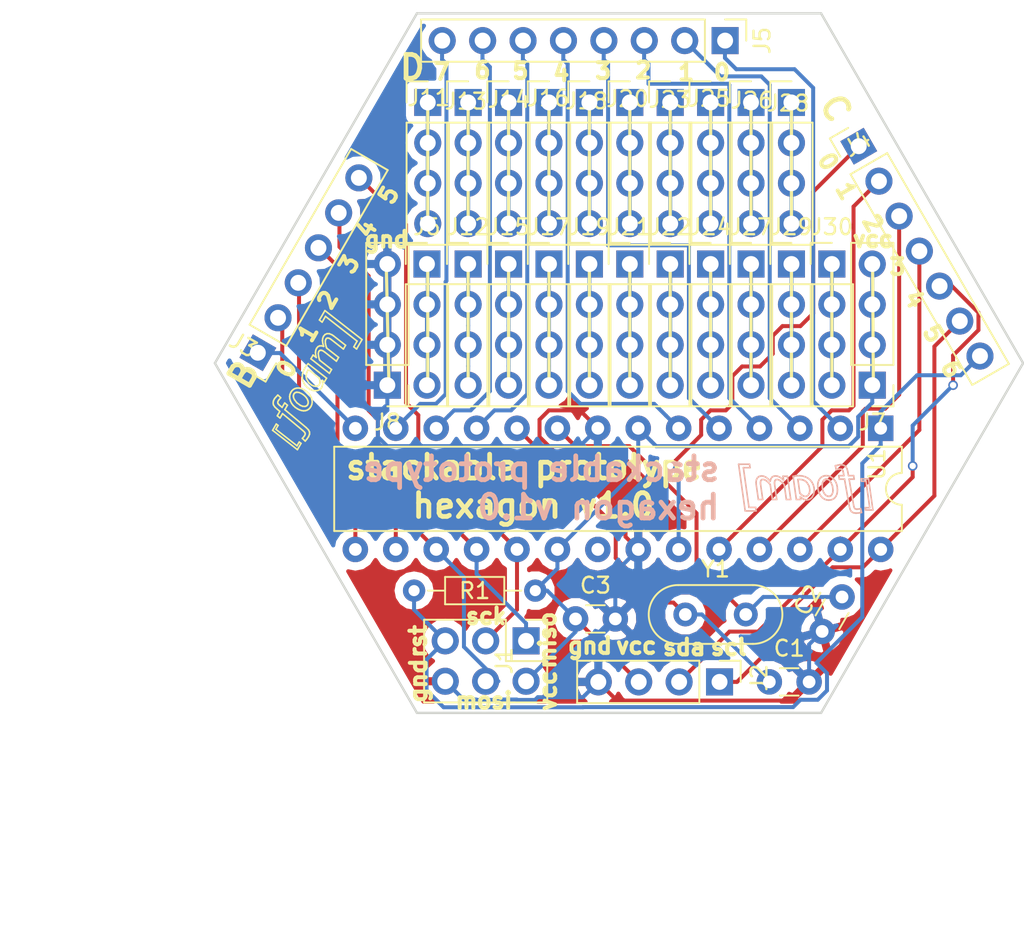
<source format=kicad_pcb>
(kicad_pcb (version 4) (host pcbnew 4.0.7-e2-6376~58~ubuntu14.04.1)
  (layers (0 F.Cu signal) (31 B.Cu signal) (34 B.Paste user) (35 F.Paste user) (36 B.SilkS user) (37 F.SilkS user) (38 B.Mask user) (39 F.Mask user) (44 Edge.Cuts user))
  (net 0 "")
  (net 1 "Net-(C1-Pad1)")
  (net 2 Earth)
  (net 3 "Net-(C2-Pad1)")
  (net 4 "Net-(J1-Pad1)")
  (net 5 "Net-(J1-Pad3)")
  (net 6 "Net-(J1-Pad5)")
  (net 7 "Net-(J2-Pad1)")
  (net 8 "Net-(J2-Pad2)")
  (net 9 "Net-(J3-Pad1)")
  (net 10 "Net-(J3-Pad2)")
  (net 11 "Net-(J3-Pad3)")
  (net 12 "Net-(J4-Pad1)")
  (net 13 "Net-(J4-Pad2)")
  (net 14 "Net-(J4-Pad3)")
  (net 15 "Net-(J4-Pad4)")
  (net 16 "Net-(J5-Pad1)")
  (net 17 "Net-(J5-Pad2)")
  (net 18 "Net-(J5-Pad3)")
  (net 19 "Net-(J5-Pad4)")
  (net 20 "Net-(J5-Pad5)")
  (net 21 "Net-(J5-Pad6)")
  (net 22 "Net-(J5-Pad7)")
  (net 23 "Net-(J5-Pad8)")
  (net 24 "Net-(J12-Pad1)")
  (net 25 +5V)
  (net 26 "Net-(J6-Pad1)")
  (net 27 "Net-(J11-Pad1)")
  (net 28 "Net-(J13-Pad1)")
  (net 29 "Net-(J14-Pad1)")
  (net 30 "Net-(J15-Pad1)")
  (net 31 "Net-(J16-Pad1)")
  (net 32 "Net-(J17-Pad1)")
  (net 33 "Net-(J18-Pad1)")
  (net 34 "Net-(J19-Pad1)")
  (net 35 "Net-(J20-Pad1)")
  (net 36 "Net-(J21-Pad1)")
  (net 37 "Net-(J22-Pad1)")
  (net 38 "Net-(J23-Pad1)")
  (net 39 "Net-(J24-Pad1)")
  (net 40 "Net-(J25-Pad1)")
  (net 41 "Net-(J26-Pad1)")
  (net 42 "Net-(J27-Pad1)")
  (net 43 "Net-(J28-Pad1)")
  (net 44 "Net-(J29-Pad1)")
  (net 45 "Net-(J30-Pad1)")
  (net 46 "Net-(J1-Pad4)")
  (module Pin_Headers:Pin_Header_Straight_1x06_Pitch2.54mm (layer F.Cu) (at 167.12 104.64 150)
    (fp_text reference J3 (at 1.033083 -0.030648 150) (layer F.SilkS))
    (fp_text value "Port B")
    (pad 1 thru_hole rect (at 0 0 150) (size 1.7 1.7) (drill 1) (layers *.Cu *.Mask) (net 9 "Net-(J3-Pad1)"))
    (pad 2 thru_hole oval (at 0 2.54 150) (size 1.7 1.7) (drill 1) (layers *.Cu *.Mask) (net 10 "Net-(J3-Pad2)"))
    (pad 3 thru_hole oval (at 0 5.08 150) (size 1.7 1.7) (drill 1) (layers *.Cu *.Mask) (net 11 "Net-(J3-Pad3)"))
    (pad 4 thru_hole oval (at 0 7.62 150) (size 1.7 1.7) (drill 1) (layers *.Cu *.Mask) (net 46 "Net-(J1-Pad4)"))
    (pad 5 thru_hole oval (at 0 10.16 150) (size 1.7 1.7) (drill 1) (layers *.Cu *.Mask) (net 4 "Net-(J1-Pad1)"))
    (pad 6 thru_hole oval (at 0 12.7 150) (size 1.7 1.7) (drill 1) (layers *.Cu *.Mask) (net 5 "Net-(J1-Pad3)"))
  )
  (module Pin_Headers:Pin_Header_Straight_2x03_Pitch2.54mm (layer F.Cu) (at 183.98 122.76 270)
    (fp_text reference J1 (at 1.25 1.37 270) (layer F.SilkS))
    (fp_text value ISP)
    (pad 1 thru_hole rect (at 0 0 270) (size 1.7 1.7) (drill 1) (layers *.Cu *.Mask) (net 4 "Net-(J1-Pad1)"))
    (pad 2 thru_hole oval (at 2.54 0 270) (size 1.7 1.7) (drill 1) (layers *.Cu *.Mask) (net 25 +5V))
    (pad 3 thru_hole oval (at 0 2.54 270) (size 1.7 1.7) (drill 1) (layers *.Cu *.Mask) (net 5 "Net-(J1-Pad3)"))
    (pad 4 thru_hole oval (at 2.54 2.54 270) (size 1.7 1.7) (drill 1) (layers *.Cu *.Mask) (net 46 "Net-(J1-Pad4)"))
    (pad 5 thru_hole oval (at 0 5.08 270) (size 1.7 1.7) (drill 1) (layers *.Cu *.Mask) (net 6 "Net-(J1-Pad5)"))
    (pad 6 thru_hole oval (at 2.54 5.08 270) (size 1.7 1.7) (drill 1) (layers *.Cu *.Mask) (net 2 Earth))
  )
  (module Pin_Headers:Pin_Header_Straight_1x04_Pitch2.54mm (layer F.Cu) (at 196.14 125.34 270)
    (fp_text reference J2 (at -0.263118 -2.487734 270) (layer F.SilkS))
    (fp_text value Power/i2c)
    (pad 1 thru_hole rect (at 0 0 270) (size 1.7 1.7) (drill 1) (layers *.Cu *.Mask) (net 7 "Net-(J2-Pad1)"))
    (pad 2 thru_hole oval (at 0 2.54 270) (size 1.7 1.7) (drill 1) (layers *.Cu *.Mask) (net 8 "Net-(J2-Pad2)"))
    (pad 3 thru_hole oval (at 0 5.08 270) (size 1.7 1.7) (drill 1) (layers *.Cu *.Mask) (net 25 +5V))
    (pad 4 thru_hole oval (at 0 7.62 270) (size 1.7 1.7) (drill 1) (layers *.Cu *.Mask) (net 2 Earth))
  )
  (module Resistors_THT:R_Axial_DIN0204_L3.6mm_D1.6mm_P7.62mm_Horizontal (layer F.Cu) (at 184.56 119.6 180)
    (fp_text reference R1 (at 3.81 -0.01 180) (layer F.SilkS))
    (fp_text value R)
    (pad 1 thru_hole circle (at 0 0 180) (size 1.4 1.4) (drill 0.7) (layers *.Cu *.Mask) (net 25 +5V))
    (pad 2 thru_hole oval (at 7.62 0 180) (size 1.4 1.4) (drill 0.7) (layers *.Cu *.Mask) (net 6 "Net-(J1-Pad5)"))
  )
  (module Pin_Headers:Pin_Header_Straight_1x07_Pitch2.54mm (layer F.Cu) (at 204.89 91.650295 30)
    (fp_text reference J4 (at -0.007795 -0.166499 30) (layer F.SilkS))
    (fp_text value "Port C")
    (pad 1 thru_hole rect (at 0 0 30) (size 1.7 1.7) (drill 1) (layers *.Cu *.Mask) (net 12 "Net-(J4-Pad1)"))
    (pad 2 thru_hole oval (at 0 2.54 30) (size 1.7 1.7) (drill 1) (layers *.Cu *.Mask) (net 13 "Net-(J4-Pad2)"))
    (pad 3 thru_hole oval (at 0 5.08 30) (size 1.7 1.7) (drill 1) (layers *.Cu *.Mask) (net 14 "Net-(J4-Pad3)"))
    (pad 4 thru_hole oval (at 0 7.62 30) (size 1.7 1.7) (drill 1) (layers *.Cu *.Mask) (net 15 "Net-(J4-Pad4)"))
    (pad 5 thru_hole oval (at 0 10.16 30) (size 1.7 1.7) (drill 1) (layers *.Cu *.Mask) (net 8 "Net-(J2-Pad2)"))
    (pad 6 thru_hole oval (at 0 12.7 30) (size 1.7 1.7) (drill 1) (layers *.Cu *.Mask) (net 7 "Net-(J2-Pad1)"))
    (pad 7 thru_hole oval (at 0 15.24 30) (size 1.7 1.7) (drill 1) (layers *.Cu *.Mask) (net 6 "Net-(J1-Pad5)"))
  )
  (module Crystals:Crystal_HC52-6mm_Vertical (layer F.Cu) (at 193.99 121.1)
    (fp_text reference Y1 (at 1.9 -2.85) (layer F.SilkS))
    (fp_text value Crystal)
    (pad 1 thru_hole circle (at 0 0) (size 1.5 1.5) (drill 0.8) (layers *.Cu *.Mask) (net 1 "Net-(C1-Pad1)"))
    (pad 2 thru_hole circle (at 3.8 0) (size 1.5 1.5) (drill 0.8) (layers *.Cu *.Mask) (net 3 "Net-(C2-Pad1)"))
  )
  (module Housings_DIP:DIP-28_W7.62mm (layer F.Cu) (at 206.27 109.39 270)
    (fp_text reference U1 (at 2.26 0.23 270) (layer F.SilkS))
    (fp_text value ATMEGA328P-PU)
    (pad 1 thru_hole rect (at 0 0 270) (size 1.6 1.6) (drill 0.8) (layers *.Cu *.Mask) (net 6 "Net-(J1-Pad5)"))
    (pad 15 thru_hole oval (at 7.62 33.02 270) (size 1.6 1.6) (drill 0.8) (layers *.Cu *.Mask) (net 10 "Net-(J3-Pad2)"))
    (pad 2 thru_hole oval (at 0 2.54 270) (size 1.6 1.6) (drill 0.8) (layers *.Cu *.Mask) (net 16 "Net-(J5-Pad1)"))
    (pad 16 thru_hole oval (at 7.62 30.48 270) (size 1.6 1.6) (drill 0.8) (layers *.Cu *.Mask) (net 11 "Net-(J3-Pad3)"))
    (pad 3 thru_hole oval (at 0 5.08 270) (size 1.6 1.6) (drill 0.8) (layers *.Cu *.Mask) (net 17 "Net-(J5-Pad2)"))
    (pad 17 thru_hole oval (at 7.62 27.94 270) (size 1.6 1.6) (drill 0.8) (layers *.Cu *.Mask) (net 46 "Net-(J1-Pad4)"))
    (pad 4 thru_hole oval (at 0 7.62 270) (size 1.6 1.6) (drill 0.8) (layers *.Cu *.Mask) (net 18 "Net-(J5-Pad3)"))
    (pad 18 thru_hole oval (at 7.62 25.4 270) (size 1.6 1.6) (drill 0.8) (layers *.Cu *.Mask) (net 4 "Net-(J1-Pad1)"))
    (pad 5 thru_hole oval (at 0 10.16 270) (size 1.6 1.6) (drill 0.8) (layers *.Cu *.Mask) (net 19 "Net-(J5-Pad4)"))
    (pad 19 thru_hole oval (at 7.62 22.86 270) (size 1.6 1.6) (drill 0.8) (layers *.Cu *.Mask) (net 5 "Net-(J1-Pad3)"))
    (pad 6 thru_hole oval (at 0 12.7 270) (size 1.6 1.6) (drill 0.8) (layers *.Cu *.Mask) (net 20 "Net-(J5-Pad5)"))
    (pad 20 thru_hole oval (at 7.62 20.32 270) (size 1.6 1.6) (drill 0.8) (layers *.Cu *.Mask) (net 25 +5V))
    (pad 7 thru_hole oval (at 0 15.24 270) (size 1.6 1.6) (drill 0.8) (layers *.Cu *.Mask) (net 25 +5V))
    (pad 21 thru_hole oval (at 7.62 17.78 270) (size 1.6 1.6) (drill 0.8) (layers *.Cu *.Mask))
    (pad 8 thru_hole oval (at 0 17.78 270) (size 1.6 1.6) (drill 0.8) (layers *.Cu *.Mask) (net 2 Earth))
    (pad 22 thru_hole oval (at 7.62 15.24 270) (size 1.6 1.6) (drill 0.8) (layers *.Cu *.Mask) (net 2 Earth))
    (pad 9 thru_hole oval (at 0 20.32 270) (size 1.6 1.6) (drill 0.8) (layers *.Cu *.Mask) (net 3 "Net-(C2-Pad1)"))
    (pad 23 thru_hole oval (at 7.62 12.7 270) (size 1.6 1.6) (drill 0.8) (layers *.Cu *.Mask) (net 12 "Net-(J4-Pad1)"))
    (pad 10 thru_hole oval (at 0 22.86 270) (size 1.6 1.6) (drill 0.8) (layers *.Cu *.Mask) (net 1 "Net-(C1-Pad1)"))
    (pad 24 thru_hole oval (at 7.62 10.16 270) (size 1.6 1.6) (drill 0.8) (layers *.Cu *.Mask) (net 13 "Net-(J4-Pad2)"))
    (pad 11 thru_hole oval (at 0 25.4 270) (size 1.6 1.6) (drill 0.8) (layers *.Cu *.Mask) (net 21 "Net-(J5-Pad6)"))
    (pad 25 thru_hole oval (at 7.62 7.62 270) (size 1.6 1.6) (drill 0.8) (layers *.Cu *.Mask) (net 14 "Net-(J4-Pad3)"))
    (pad 12 thru_hole oval (at 0 27.94 270) (size 1.6 1.6) (drill 0.8) (layers *.Cu *.Mask) (net 22 "Net-(J5-Pad7)"))
    (pad 26 thru_hole oval (at 7.62 5.08 270) (size 1.6 1.6) (drill 0.8) (layers *.Cu *.Mask) (net 15 "Net-(J4-Pad4)"))
    (pad 13 thru_hole oval (at 0 30.48 270) (size 1.6 1.6) (drill 0.8) (layers *.Cu *.Mask) (net 23 "Net-(J5-Pad8)"))
    (pad 27 thru_hole oval (at 7.62 2.54 270) (size 1.6 1.6) (drill 0.8) (layers *.Cu *.Mask) (net 8 "Net-(J2-Pad2)"))
    (pad 14 thru_hole oval (at 0 33.02 270) (size 1.6 1.6) (drill 0.8) (layers *.Cu *.Mask) (net 9 "Net-(J3-Pad1)"))
    (pad 28 thru_hole oval (at 7.62 0 270) (size 1.6 1.6) (drill 0.8) (layers *.Cu *.Mask) (net 7 "Net-(J2-Pad1)"))
  )
  (module Capacitors_THT:C_Disc_D3.0mm_W1.6mm_P2.50mm (layer F.Cu) (at 199.27 125.34)
    (fp_text reference C1 (at 1.25 -2.11) (layer F.SilkS))
    (fp_text value C)
    (pad 1 thru_hole circle (at 0 0) (size 1.6 1.6) (drill 0.8) (layers *.Cu *.Mask) (net 1 "Net-(C1-Pad1)"))
    (pad 2 thru_hole circle (at 2.5 0) (size 1.6 1.6) (drill 0.8) (layers *.Cu *.Mask) (net 2 Earth))
  )
  (module Capacitors_THT:C_Disc_D3.0mm_W1.6mm_P2.50mm (layer F.Cu) (at 203.84 120 240)
    (fp_text reference C2 (at 1.253205 1.770615 240) (layer F.SilkS))
    (fp_text value C)
    (pad 1 thru_hole circle (at 0 0 240) (size 1.6 1.6) (drill 0.8) (layers *.Cu *.Mask) (net 3 "Net-(C2-Pad1)"))
    (pad 2 thru_hole circle (at 2.5 0 240) (size 1.6 1.6) (drill 0.8) (layers *.Cu *.Mask) (net 2 Earth))
  )
  (module Capacitors_THT:C_Disc_D3.0mm_W1.6mm_P2.50mm (layer F.Cu) (at 187.09 121.38)
    (fp_text reference C3 (at 1.25 -2.11) (layer F.SilkS))
    (fp_text value C)
    (pad 1 thru_hole circle (at 0 0) (size 1.6 1.6) (drill 0.8) (layers *.Cu *.Mask) (net 25 +5V))
    (pad 2 thru_hole circle (at 2.5 0) (size 1.6 1.6) (drill 0.8) (layers *.Cu *.Mask) (net 2 Earth))
  )
  (module Pin_Headers:Pin_Header_Straight_1x04_Pitch2.54mm (layer F.Cu) (at 205.74 106.68 180)
    (fp_text reference J7 (at 0 -2.33 180) (layer F.SilkS))
    (fp_text value Conn_01x04)
    (pad 1 thru_hole rect (at 0 0 180) (size 1.7 1.7) (drill 1) (layers *.Cu *.Mask) (net 25 +5V))
    (pad 2 thru_hole oval (at 0 2.54 180) (size 1.7 1.7) (drill 1) (layers *.Cu *.Mask) (net 25 +5V))
    (pad 3 thru_hole oval (at 0 5.08 180) (size 1.7 1.7) (drill 1) (layers *.Cu *.Mask) (net 25 +5V))
    (pad 4 thru_hole oval (at 0 7.62 180) (size 1.7 1.7) (drill 1) (layers *.Cu *.Mask) (net 25 +5V))
  )
  (module Pin_Headers:Pin_Header_Straight_1x04_Pitch2.54mm (layer F.Cu) (at 175.26 106.68 180)
    (fp_text reference J8 (at 0 -2.33 180) (layer F.SilkS))
    (fp_text value Conn_01x04)
    (pad 1 thru_hole rect (at 0 0 180) (size 1.7 1.7) (drill 1) (layers *.Cu *.Mask) (net 2 Earth))
    (pad 2 thru_hole oval (at 0 2.54 180) (size 1.7 1.7) (drill 1) (layers *.Cu *.Mask) (net 2 Earth))
    (pad 3 thru_hole oval (at 0 5.08 180) (size 1.7 1.7) (drill 1) (layers *.Cu *.Mask) (net 2 Earth))
    (pad 4 thru_hole oval (at 0 7.62 180) (size 1.7 1.7) (drill 1) (layers *.Cu *.Mask) (net 2 Earth))
  )
  (module Pin_Headers:Pin_Header_Straight_1x04_Pitch2.54mm (layer F.Cu) (at 177.75 99.06)
    (fp_text reference J6 (at 0 -2.33) (layer F.SilkS))
    (fp_text value Conn_01x04)
    (pad 1 thru_hole rect (at 0 0) (size 1.7 1.7) (drill 1) (layers *.Cu *.Mask) (net 26 "Net-(J6-Pad1)"))
    (pad 2 thru_hole oval (at 0 2.54) (size 1.7 1.7) (drill 1) (layers *.Cu *.Mask) (net 26 "Net-(J6-Pad1)"))
    (pad 3 thru_hole oval (at 0 5.08) (size 1.7 1.7) (drill 1) (layers *.Cu *.Mask) (net 26 "Net-(J6-Pad1)"))
    (pad 4 thru_hole oval (at 0 7.62) (size 1.7 1.7) (drill 1) (layers *.Cu *.Mask) (net 26 "Net-(J6-Pad1)"))
  )
  (module Pin_Headers:Pin_Header_Straight_1x04_Pitch2.54mm (layer F.Cu) (at 177.8 88.9)
    (fp_text reference J11 (at 0.06 -0.29) (layer F.SilkS))
    (fp_text value Conn_01x04)
    (pad 1 thru_hole rect (at 0 0) (size 1.7 1.7) (drill 1) (layers *.Cu *.Mask) (net 27 "Net-(J11-Pad1)"))
    (pad 2 thru_hole oval (at 0 2.54) (size 1.7 1.7) (drill 1) (layers *.Cu *.Mask) (net 27 "Net-(J11-Pad1)"))
    (pad 3 thru_hole oval (at 0 5.08) (size 1.7 1.7) (drill 1) (layers *.Cu *.Mask) (net 27 "Net-(J11-Pad1)"))
    (pad 4 thru_hole oval (at 0 7.62) (size 1.7 1.7) (drill 1) (layers *.Cu *.Mask) (net 27 "Net-(J11-Pad1)"))
  )
  (module Pin_Headers:Pin_Header_Straight_1x04_Pitch2.54mm (layer F.Cu) (at 180.34 99.06)
    (fp_text reference J12 (at 0 -2.33) (layer F.SilkS))
    (fp_text value Conn_01x04)
    (pad 1 thru_hole rect (at 0 0) (size 1.7 1.7) (drill 1) (layers *.Cu *.Mask) (net 24 "Net-(J12-Pad1)"))
    (pad 2 thru_hole oval (at 0 2.54) (size 1.7 1.7) (drill 1) (layers *.Cu *.Mask) (net 24 "Net-(J12-Pad1)"))
    (pad 3 thru_hole oval (at 0 5.08) (size 1.7 1.7) (drill 1) (layers *.Cu *.Mask) (net 24 "Net-(J12-Pad1)"))
    (pad 4 thru_hole oval (at 0 7.62) (size 1.7 1.7) (drill 1) (layers *.Cu *.Mask) (net 24 "Net-(J12-Pad1)"))
  )
  (module Pin_Headers:Pin_Header_Straight_1x04_Pitch2.54mm (layer F.Cu) (at 180.34 88.9)
    (fp_text reference J13 (at -0.14 -0.07) (layer F.SilkS))
    (fp_text value Conn_01x04)
    (pad 1 thru_hole rect (at 0 0) (size 1.7 1.7) (drill 1) (layers *.Cu *.Mask) (net 28 "Net-(J13-Pad1)"))
    (pad 2 thru_hole oval (at 0 2.54) (size 1.7 1.7) (drill 1) (layers *.Cu *.Mask) (net 28 "Net-(J13-Pad1)"))
    (pad 3 thru_hole oval (at 0 5.08) (size 1.7 1.7) (drill 1) (layers *.Cu *.Mask) (net 28 "Net-(J13-Pad1)"))
    (pad 4 thru_hole oval (at 0 7.62) (size 1.7 1.7) (drill 1) (layers *.Cu *.Mask) (net 28 "Net-(J13-Pad1)"))
  )
  (module Pin_Headers:Pin_Header_Straight_1x04_Pitch2.54mm (layer F.Cu) (at 182.88 88.9)
    (fp_text reference J14 (at 0.02 -0.18) (layer F.SilkS))
    (fp_text value Conn_01x04)
    (pad 1 thru_hole rect (at 0 0) (size 1.7 1.7) (drill 1) (layers *.Cu *.Mask) (net 29 "Net-(J14-Pad1)"))
    (pad 2 thru_hole oval (at 0 2.54) (size 1.7 1.7) (drill 1) (layers *.Cu *.Mask) (net 29 "Net-(J14-Pad1)"))
    (pad 3 thru_hole oval (at 0 5.08) (size 1.7 1.7) (drill 1) (layers *.Cu *.Mask) (net 29 "Net-(J14-Pad1)"))
    (pad 4 thru_hole oval (at 0 7.62) (size 1.7 1.7) (drill 1) (layers *.Cu *.Mask) (net 29 "Net-(J14-Pad1)"))
  )
  (module Pin_Headers:Pin_Header_Straight_1x04_Pitch2.54mm (layer F.Cu) (at 182.88 99.06)
    (fp_text reference J15 (at 0 -2.33) (layer F.SilkS))
    (fp_text value Conn_01x04)
    (pad 1 thru_hole rect (at 0 0) (size 1.7 1.7) (drill 1) (layers *.Cu *.Mask) (net 30 "Net-(J15-Pad1)"))
    (pad 2 thru_hole oval (at 0 2.54) (size 1.7 1.7) (drill 1) (layers *.Cu *.Mask) (net 30 "Net-(J15-Pad1)"))
    (pad 3 thru_hole oval (at 0 5.08) (size 1.7 1.7) (drill 1) (layers *.Cu *.Mask) (net 30 "Net-(J15-Pad1)"))
    (pad 4 thru_hole oval (at 0 7.62) (size 1.7 1.7) (drill 1) (layers *.Cu *.Mask) (net 30 "Net-(J15-Pad1)"))
  )
  (module Pin_Headers:Pin_Header_Straight_1x04_Pitch2.54mm (layer F.Cu) (at 185.42 88.9)
    (fp_text reference J16 (at -0.05 -0.27) (layer F.SilkS))
    (fp_text value Conn_01x04)
    (pad 1 thru_hole rect (at 0 0) (size 1.7 1.7) (drill 1) (layers *.Cu *.Mask) (net 31 "Net-(J16-Pad1)"))
    (pad 2 thru_hole oval (at 0 2.54) (size 1.7 1.7) (drill 1) (layers *.Cu *.Mask) (net 31 "Net-(J16-Pad1)"))
    (pad 3 thru_hole oval (at 0 5.08) (size 1.7 1.7) (drill 1) (layers *.Cu *.Mask) (net 31 "Net-(J16-Pad1)"))
    (pad 4 thru_hole oval (at 0 7.62) (size 1.7 1.7) (drill 1) (layers *.Cu *.Mask) (net 31 "Net-(J16-Pad1)"))
  )
  (module Pin_Headers:Pin_Header_Straight_1x04_Pitch2.54mm (layer F.Cu) (at 185.42 99.06)
    (fp_text reference J17 (at 0 -2.33) (layer F.SilkS))
    (fp_text value Conn_01x04)
    (pad 1 thru_hole rect (at 0 0) (size 1.7 1.7) (drill 1) (layers *.Cu *.Mask) (net 32 "Net-(J17-Pad1)"))
    (pad 2 thru_hole oval (at 0 2.54) (size 1.7 1.7) (drill 1) (layers *.Cu *.Mask) (net 32 "Net-(J17-Pad1)"))
    (pad 3 thru_hole oval (at 0 5.08) (size 1.7 1.7) (drill 1) (layers *.Cu *.Mask) (net 32 "Net-(J17-Pad1)"))
    (pad 4 thru_hole oval (at 0 7.62) (size 1.7 1.7) (drill 1) (layers *.Cu *.Mask) (net 32 "Net-(J17-Pad1)"))
  )
  (module Pin_Headers:Pin_Header_Straight_1x04_Pitch2.54mm (layer F.Cu) (at 187.96 88.9)
    (fp_text reference J18 (at -0.18 -0.09) (layer F.SilkS))
    (fp_text value Conn_01x04)
    (pad 1 thru_hole rect (at 0 0) (size 1.7 1.7) (drill 1) (layers *.Cu *.Mask) (net 33 "Net-(J18-Pad1)"))
    (pad 2 thru_hole oval (at 0 2.54) (size 1.7 1.7) (drill 1) (layers *.Cu *.Mask) (net 33 "Net-(J18-Pad1)"))
    (pad 3 thru_hole oval (at 0 5.08) (size 1.7 1.7) (drill 1) (layers *.Cu *.Mask) (net 33 "Net-(J18-Pad1)"))
    (pad 4 thru_hole oval (at 0 7.62) (size 1.7 1.7) (drill 1) (layers *.Cu *.Mask) (net 33 "Net-(J18-Pad1)"))
  )
  (module Pin_Headers:Pin_Header_Straight_1x04_Pitch2.54mm (layer F.Cu) (at 187.96 99.06)
    (fp_text reference J19 (at 0 -2.33) (layer F.SilkS))
    (fp_text value Conn_01x04)
    (pad 1 thru_hole rect (at 0 0) (size 1.7 1.7) (drill 1) (layers *.Cu *.Mask) (net 34 "Net-(J19-Pad1)"))
    (pad 2 thru_hole oval (at 0 2.54) (size 1.7 1.7) (drill 1) (layers *.Cu *.Mask) (net 34 "Net-(J19-Pad1)"))
    (pad 3 thru_hole oval (at 0 5.08) (size 1.7 1.7) (drill 1) (layers *.Cu *.Mask) (net 34 "Net-(J19-Pad1)"))
    (pad 4 thru_hole oval (at 0 7.62) (size 1.7 1.7) (drill 1) (layers *.Cu *.Mask) (net 34 "Net-(J19-Pad1)"))
  )
  (module Pin_Headers:Pin_Header_Straight_1x04_Pitch2.54mm (layer F.Cu) (at 190.5 88.9)
    (fp_text reference J20 (at -0.14 -0.23) (layer F.SilkS))
    (fp_text value Conn_01x04)
    (pad 1 thru_hole rect (at 0 0) (size 1.7 1.7) (drill 1) (layers *.Cu *.Mask) (net 35 "Net-(J20-Pad1)"))
    (pad 2 thru_hole oval (at 0 2.54) (size 1.7 1.7) (drill 1) (layers *.Cu *.Mask) (net 35 "Net-(J20-Pad1)"))
    (pad 3 thru_hole oval (at 0 5.08) (size 1.7 1.7) (drill 1) (layers *.Cu *.Mask) (net 35 "Net-(J20-Pad1)"))
    (pad 4 thru_hole oval (at 0 7.62) (size 1.7 1.7) (drill 1) (layers *.Cu *.Mask) (net 35 "Net-(J20-Pad1)"))
  )
  (module Pin_Headers:Pin_Header_Straight_1x04_Pitch2.54mm (layer F.Cu) (at 190.5 99.06)
    (fp_text reference J21 (at 0 -2.33) (layer F.SilkS))
    (fp_text value Conn_01x04)
    (pad 1 thru_hole rect (at 0 0) (size 1.7 1.7) (drill 1) (layers *.Cu *.Mask) (net 36 "Net-(J21-Pad1)"))
    (pad 2 thru_hole oval (at 0 2.54) (size 1.7 1.7) (drill 1) (layers *.Cu *.Mask) (net 36 "Net-(J21-Pad1)"))
    (pad 3 thru_hole oval (at 0 5.08) (size 1.7 1.7) (drill 1) (layers *.Cu *.Mask) (net 36 "Net-(J21-Pad1)"))
    (pad 4 thru_hole oval (at 0 7.62) (size 1.7 1.7) (drill 1) (layers *.Cu *.Mask) (net 36 "Net-(J21-Pad1)"))
  )
  (module Pin_Headers:Pin_Header_Straight_1x04_Pitch2.54mm (layer F.Cu) (at 193.04 99.06)
    (fp_text reference J22 (at 0 -2.33) (layer F.SilkS))
    (fp_text value Conn_01x04)
    (pad 1 thru_hole rect (at 0 0) (size 1.7 1.7) (drill 1) (layers *.Cu *.Mask) (net 37 "Net-(J22-Pad1)"))
    (pad 2 thru_hole oval (at 0 2.54) (size 1.7 1.7) (drill 1) (layers *.Cu *.Mask) (net 37 "Net-(J22-Pad1)"))
    (pad 3 thru_hole oval (at 0 5.08) (size 1.7 1.7) (drill 1) (layers *.Cu *.Mask) (net 37 "Net-(J22-Pad1)"))
    (pad 4 thru_hole oval (at 0 7.62) (size 1.7 1.7) (drill 1) (layers *.Cu *.Mask) (net 37 "Net-(J22-Pad1)"))
  )
  (module Pin_Headers:Pin_Header_Straight_1x04_Pitch2.54mm (layer F.Cu) (at 193.04 88.9)
    (fp_text reference J23 (at -0.02 -0.18) (layer F.SilkS))
    (fp_text value Conn_01x04)
    (pad 1 thru_hole rect (at 0 0) (size 1.7 1.7) (drill 1) (layers *.Cu *.Mask) (net 38 "Net-(J23-Pad1)"))
    (pad 2 thru_hole oval (at 0 2.54) (size 1.7 1.7) (drill 1) (layers *.Cu *.Mask) (net 38 "Net-(J23-Pad1)"))
    (pad 3 thru_hole oval (at 0 5.08) (size 1.7 1.7) (drill 1) (layers *.Cu *.Mask) (net 38 "Net-(J23-Pad1)"))
    (pad 4 thru_hole oval (at 0 7.62) (size 1.7 1.7) (drill 1) (layers *.Cu *.Mask) (net 38 "Net-(J23-Pad1)"))
  )
  (module Pin_Headers:Pin_Header_Straight_1x04_Pitch2.54mm (layer F.Cu) (at 195.58 99.06)
    (fp_text reference J24 (at 0 -2.33) (layer F.SilkS))
    (fp_text value Conn_01x04)
    (pad 1 thru_hole rect (at 0 0) (size 1.7 1.7) (drill 1) (layers *.Cu *.Mask) (net 39 "Net-(J24-Pad1)"))
    (pad 2 thru_hole oval (at 0 2.54) (size 1.7 1.7) (drill 1) (layers *.Cu *.Mask) (net 39 "Net-(J24-Pad1)"))
    (pad 3 thru_hole oval (at 0 5.08) (size 1.7 1.7) (drill 1) (layers *.Cu *.Mask) (net 39 "Net-(J24-Pad1)"))
    (pad 4 thru_hole oval (at 0 7.62) (size 1.7 1.7) (drill 1) (layers *.Cu *.Mask) (net 39 "Net-(J24-Pad1)"))
  )
  (module Pin_Headers:Pin_Header_Straight_1x04_Pitch2.54mm (layer F.Cu) (at 195.58 88.9)
    (fp_text reference J25 (at -0.08 -0.25) (layer F.SilkS))
    (fp_text value Conn_01x04)
    (pad 1 thru_hole rect (at 0 0) (size 1.7 1.7) (drill 1) (layers *.Cu *.Mask) (net 40 "Net-(J25-Pad1)"))
    (pad 2 thru_hole oval (at 0 2.54) (size 1.7 1.7) (drill 1) (layers *.Cu *.Mask) (net 40 "Net-(J25-Pad1)"))
    (pad 3 thru_hole oval (at 0 5.08) (size 1.7 1.7) (drill 1) (layers *.Cu *.Mask) (net 40 "Net-(J25-Pad1)"))
    (pad 4 thru_hole oval (at 0 7.62) (size 1.7 1.7) (drill 1) (layers *.Cu *.Mask) (net 40 "Net-(J25-Pad1)"))
  )
  (module Pin_Headers:Pin_Header_Straight_1x04_Pitch2.54mm (layer F.Cu) (at 198.12 88.9)
    (fp_text reference J26 (at 0.06 -0.13) (layer F.SilkS))
    (fp_text value Conn_01x04)
    (pad 1 thru_hole rect (at 0 0) (size 1.7 1.7) (drill 1) (layers *.Cu *.Mask) (net 41 "Net-(J26-Pad1)"))
    (pad 2 thru_hole oval (at 0 2.54) (size 1.7 1.7) (drill 1) (layers *.Cu *.Mask) (net 41 "Net-(J26-Pad1)"))
    (pad 3 thru_hole oval (at 0 5.08) (size 1.7 1.7) (drill 1) (layers *.Cu *.Mask) (net 41 "Net-(J26-Pad1)"))
    (pad 4 thru_hole oval (at 0 7.62) (size 1.7 1.7) (drill 1) (layers *.Cu *.Mask) (net 41 "Net-(J26-Pad1)"))
  )
  (module Pin_Headers:Pin_Header_Straight_1x04_Pitch2.54mm (layer F.Cu) (at 198.12 99.06)
    (fp_text reference J27 (at 0 -2.33) (layer F.SilkS))
    (fp_text value Conn_01x04)
    (pad 1 thru_hole rect (at 0 0) (size 1.7 1.7) (drill 1) (layers *.Cu *.Mask) (net 42 "Net-(J27-Pad1)"))
    (pad 2 thru_hole oval (at 0 2.54) (size 1.7 1.7) (drill 1) (layers *.Cu *.Mask) (net 42 "Net-(J27-Pad1)"))
    (pad 3 thru_hole oval (at 0 5.08) (size 1.7 1.7) (drill 1) (layers *.Cu *.Mask) (net 42 "Net-(J27-Pad1)"))
    (pad 4 thru_hole oval (at 0 7.62) (size 1.7 1.7) (drill 1) (layers *.Cu *.Mask) (net 42 "Net-(J27-Pad1)"))
  )
  (module Pin_Headers:Pin_Header_Straight_1x04_Pitch2.54mm (layer F.Cu) (at 200.66 88.9)
    (fp_text reference J28 (at -0.21 0.05) (layer F.SilkS))
    (fp_text value Conn_01x04)
    (pad 1 thru_hole rect (at 0 0) (size 1.7 1.7) (drill 1) (layers *.Cu *.Mask) (net 43 "Net-(J28-Pad1)"))
    (pad 2 thru_hole oval (at 0 2.54) (size 1.7 1.7) (drill 1) (layers *.Cu *.Mask) (net 43 "Net-(J28-Pad1)"))
    (pad 3 thru_hole oval (at 0 5.08) (size 1.7 1.7) (drill 1) (layers *.Cu *.Mask) (net 43 "Net-(J28-Pad1)"))
    (pad 4 thru_hole oval (at 0 7.62) (size 1.7 1.7) (drill 1) (layers *.Cu *.Mask) (net 43 "Net-(J28-Pad1)"))
  )
  (module Pin_Headers:Pin_Header_Straight_1x04_Pitch2.54mm (layer F.Cu) (at 200.66 99.06)
    (fp_text reference J29 (at 0 -2.33) (layer F.SilkS))
    (fp_text value Conn_01x04)
    (pad 1 thru_hole rect (at 0 0) (size 1.7 1.7) (drill 1) (layers *.Cu *.Mask) (net 44 "Net-(J29-Pad1)"))
    (pad 2 thru_hole oval (at 0 2.54) (size 1.7 1.7) (drill 1) (layers *.Cu *.Mask) (net 44 "Net-(J29-Pad1)"))
    (pad 3 thru_hole oval (at 0 5.08) (size 1.7 1.7) (drill 1) (layers *.Cu *.Mask) (net 44 "Net-(J29-Pad1)"))
    (pad 4 thru_hole oval (at 0 7.62) (size 1.7 1.7) (drill 1) (layers *.Cu *.Mask) (net 44 "Net-(J29-Pad1)"))
  )
  (module Pin_Headers:Pin_Header_Straight_1x04_Pitch2.54mm (layer F.Cu) (at 203.2 99.06)
    (fp_text reference J30 (at 0 -2.33) (layer F.SilkS))
    (fp_text value Conn_01x04)
    (pad 1 thru_hole rect (at 0 0) (size 1.7 1.7) (drill 1) (layers *.Cu *.Mask) (net 45 "Net-(J30-Pad1)"))
    (pad 2 thru_hole oval (at 0 2.54) (size 1.7 1.7) (drill 1) (layers *.Cu *.Mask) (net 45 "Net-(J30-Pad1)"))
    (pad 3 thru_hole oval (at 0 5.08) (size 1.7 1.7) (drill 1) (layers *.Cu *.Mask) (net 45 "Net-(J30-Pad1)"))
    (pad 4 thru_hole oval (at 0 7.62) (size 1.7 1.7) (drill 1) (layers *.Cu *.Mask) (net 45 "Net-(J30-Pad1)"))
  )
  (module Pin_Headers:Pin_Header_Straight_1x08_Pitch2.54mm (layer F.Cu) (at 196.49 85.01 270)
    (fp_text reference J5 (at 0 -2.33 270) (layer F.SilkS))
    (fp_text value "Port D")
    (pad 1 thru_hole rect (at 0 0 270) (size 1.7 1.7) (drill 1) (layers *.Cu *.Mask) (net 16 "Net-(J5-Pad1)"))
    (pad 2 thru_hole oval (at 0 2.54 270) (size 1.7 1.7) (drill 1) (layers *.Cu *.Mask) (net 17 "Net-(J5-Pad2)"))
    (pad 3 thru_hole oval (at 0 5.08 270) (size 1.7 1.7) (drill 1) (layers *.Cu *.Mask) (net 18 "Net-(J5-Pad3)"))
    (pad 4 thru_hole oval (at 0 7.62 270) (size 1.7 1.7) (drill 1) (layers *.Cu *.Mask) (net 19 "Net-(J5-Pad4)"))
    (pad 5 thru_hole oval (at 0 10.16 270) (size 1.7 1.7) (drill 1) (layers *.Cu *.Mask) (net 20 "Net-(J5-Pad5)"))
    (pad 6 thru_hole oval (at 0 12.7 270) (size 1.7 1.7) (drill 1) (layers *.Cu *.Mask) (net 21 "Net-(J5-Pad6)"))
    (pad 7 thru_hole oval (at 0 15.24 270) (size 1.7 1.7) (drill 1) (layers *.Cu *.Mask) (net 22 "Net-(J5-Pad7)"))
    (pad 8 thru_hole oval (at 0 17.78 270) (size 1.7 1.7) (drill 1) (layers *.Cu *.Mask) (net 23 "Net-(J5-Pad8)"))
  )
  (gr_line (start 200.66 96.52) (end 200.66 88.9) (layer F.SilkS) (width 0.2))
  (gr_line (start 198.12 96.52) (end 198.12 88.9) (layer F.SilkS) (width 0.2))
  (gr_line (start 195.58 96.52) (end 195.58 88.9) (layer F.SilkS) (width 0.2))
  (gr_line (start 193.04 96.52) (end 193.04 88.9) (layer F.SilkS) (width 0.2))
  (gr_line (start 190.5 96.52) (end 190.5 88.9) (layer F.SilkS) (width 0.2))
  (gr_line (start 187.96 96.52) (end 187.96 88.9) (layer F.SilkS) (width 0.2))
  (gr_line (start 185.42 96.52) (end 185.42 88.9) (layer F.SilkS) (width 0.2))
  (gr_line (start 182.88 96.52) (end 182.88 88.9) (layer F.SilkS) (width 0.2))
  (gr_line (start 180.34 96.52) (end 180.34 88.9) (layer F.SilkS) (width 0.2))
  (gr_line (start 177.8 96.52) (end 177.8 88.9) (layer F.SilkS) (width 0.2))
  (gr_line (start 177.8 106.68) (end 177.8 99.06) (layer F.SilkS) (width 0.2))
  (gr_line (start 180.34 106.68) (end 180.34 99.06) (layer F.SilkS) (width 0.2))
  (gr_line (start 182.88 106.68) (end 182.88 99.06) (layer F.SilkS) (width 0.2))
  (gr_line (start 185.42 106.68) (end 185.42 99.06) (layer F.SilkS) (width 0.2))
  (gr_line (start 187.96 106.68) (end 187.96 99.06) (layer F.SilkS) (width 0.2))
  (gr_line (start 190.5 106.68) (end 190.5 99.06) (layer F.SilkS) (width 0.2))
  (gr_line (start 193.04 106.68) (end 193.04 99.06) (layer F.SilkS) (width 0.2))
  (gr_line (start 195.58 106.68) (end 195.58 99.06) (layer F.SilkS) (width 0.2))
  (gr_line (start 198.12 106.68) (end 198.12 99.06) (layer F.SilkS) (width 0.2))
  (gr_line (start 200.66 106.68) (end 200.66 99.06) (layer F.SilkS) (width 0.2))
  (gr_line (start 203.2 106.68) (end 203.2 99.06) (layer F.SilkS) (width 0.2))
  (gr_text 5 (at 209.57 103.44 -60) (layer F.SilkS) (effects (font (size 1 1) (thickness 0.25))))
  (gr_text 4 (at 208.38 101.29 -60) (layer F.SilkS) (effects (font (size 1 1) (thickness 0.25))))
  (gr_text 4 (at 173.97 96.86 60) (layer F.SilkS) (effects (font (size 1 1) (thickness 0.25))))
  (gr_text 3 (at 207.33 99.24) (layer F.SilkS) (effects (font (size 1 1) (thickness 0.25))))
  (gr_text 3 (at 172.87 99.08 60) (layer F.SilkS) (effects (font (size 1 1) (thickness 0.25))))
  (gr_text 2 (at 205.78 96.5 -60) (layer F.SilkS) (effects (font (size 1 1) (thickness 0.25))))
  (gr_text 2 (at 171.52 101.31 60) (layer F.SilkS) (effects (font (size 1 1) (thickness 0.25))))
  (gr_text 1 (at 204.1 94.46 -60) (layer F.SilkS) (effects (font (size 1 1) (thickness 0.25))))
  (gr_text 1 (at 170.27 103.39 60) (layer F.SilkS) (effects (font (size 1 1) (thickness 0.25))))
  (gr_text 6 (at 181.24 86.88) (layer F.SilkS) (effects (font (size 1 1) (thickness 0.25))))
  (gr_text 5 (at 183.63 86.92) (layer F.SilkS) (effects (font (size 1 1) (thickness 0.25))))
  (gr_text 4 (at 186.19 87.05) (layer F.SilkS) (effects (font (size 1 1) (thickness 0.25))))
  (gr_text 3 (at 188.83 86.92) (layer F.SilkS) (effects (font (size 1 1) (thickness 0.25))))
  (gr_text 2 (at 191.35 86.88) (layer F.SilkS) (effects (font (size 1 1) (thickness 0.25))))
  (gr_text 1 (at 194.04 87.01) (layer F.SilkS) (effects (font (size 1 1) (thickness 0.25))))
  (gr_text 0 (at 202.96 92.62 -60) (layer F.SilkS) (effects (font (size 1 1) (thickness 0.25))))
  (gr_text 6 (at 210.71 105.67 -60) (layer F.SilkS) (effects (font (size 1 1) (thickness 0.25))))
  (gr_line (start 175.19 99.01) (end 175.36 106.63) (layer F.SilkS) (width 0.2))
  (gr_line (start 205.76 99.12) (end 205.81 106.81) (layer F.SilkS) (width 0.2))
  (gr_text 0 (at 196.29 87.01) (layer F.SilkS) (effects (font (size 1 1) (thickness 0.25))))
  (gr_text 7 (at 178.68 86.97) (layer F.SilkS) (effects (font (size 1 1) (thickness 0.25))))
  (gr_text 5 (at 175.35 94.73 60) (layer F.SilkS) (effects (font (size 1 1) (thickness 0.25))))
  (gr_text 0 (at 168.85 105.61 240) (layer F.SilkS) (effects (font (size 1 1) (thickness 0.25))))
  (gr_text miso (at 185.33 122.72 90) (layer F.SilkS) (effects (font (size 1 1) (thickness 0.25))))
  (gr_text mosi (at 181.33 126.52) (layer F.SilkS) (effects (font (size 1 1) (thickness 0.25))))
  (gr_text sck (at 181.46 121.21) (layer F.SilkS) (effects (font (size 1 1) (thickness 0.25))))
  (gr_text rst (at 177.19 122.79 90) (layer F.SilkS) (effects (font (size 1 1) (thickness 0.25))))
  (gr_text gnd (at 177.22 125.26 90) (layer F.SilkS) (effects (font (size 1 1) (thickness 0.25))))
  (gr_text vcc (at 185.36 125.9 90) (layer F.SilkS) (effects (font (size 1 1) (thickness 0.25))))
  (gr_text sda (at 193.92 123.16) (layer F.SilkS) (effects (font (size 1 1) (thickness 0.25))))
  (gr_text scl (at 196.71 123.16) (layer F.SilkS) (effects (font (size 1 1) (thickness 0.25))))
  (gr_text vcc (at 190.91 123.07) (layer F.SilkS) (effects (font (size 1 1) (thickness 0.25))))
  (gr_text gnd (at 188 123.07) (layer F.SilkS) (effects (font (size 1 1) (thickness 0.25))))
  (gr_text gnd (at 175.22 97.52) (layer F.SilkS) (effects (font (size 1 1) (thickness 0.25))))
  (gr_text vcc (at 205.78 97.5) (layer F.SilkS) (effects (font (size 1 1) (thickness 0.25))))
  (gr_text "stackable prototype \nhexagon v1.0" (at 184.44 113.05) (layer F.SilkS) (effects (font (size 1.5 1.5) (thickness 0.3))))
  (gr_text C (at 203.43 89.25 300) (layer F.SilkS) (effects (font (size 1.5 1.5) (thickness 0.3))))
  (gr_text D (at 176.83 86.7) (layer F.SilkS) (effects (font (size 1.5 1.5) (thickness 0.3))))
  (gr_text B (at 166.21 106.01 60) (layer F.SilkS) (effects (font (size 1.5 1.5) (thickness 0.3))))
  (gr_text "stackable prototype \nhexagon v1.0" (at 196.3 113.15) (layer B.SilkS) (effects (font (size 1.5 1.5) (thickness 0.3)) (justify left mirror)))
  (gr_line (start 201.55 112.7234) (end 201.64451 112.81418) (layer B.SilkS) (width 0.1))
  (gr_line (start 202.61158 112.82486) (end 202.66523 112.69812) (layer B.SilkS) (width 0.1))
  (gr_line (start 200.16448 112.88221) (end 200.19648 112.92105) (layer B.SilkS) (width 0.1))
  (gr_line (start 201.64001 113.65071) (end 201.58554 113.6717) (layer B.SilkS) (width 0.1))
  (gr_line (start 203.12634 112.43347) (end 202.99629 112.38562) (layer B.SilkS) (width 0.1))
  (gr_line (start 203.35139 112.6251) (end 203.24472 112.51333) (layer B.SilkS) (width 0.1))
  (gr_line (start 203.40689 113.738164) (end 203.47073 113.64382) (layer B.SilkS) (width 0.1))
  (gr_line (start 200.40819 112.40916) (end 200.13264 112.40916) (layer B.SilkS) (width 0.1))
  (gr_line (start 203.67104 112.58972) (end 203.99548 112.58972) (layer B.SilkS) (width 0.1))
  (gr_line (start 201.73246 113.56661) (end 201.68894 113.61566) (layer B.SilkS) (width 0.1))
  (gr_line (start 202.74836 112.6168) (end 202.79848 112.59646) (layer B.SilkS) (width 0.1))
  (gr_line (start 202.32404 113.19166) (end 202.36158 113.36376) (layer B.SilkS) (width 0.1))
  (gr_line (start 203.32697 113.813359) (end 203.40689 113.738164) (layer B.SilkS) (width 0.1))
  (gr_line (start 199.30071 112.89755) (end 199.32116 112.92518) (layer B.SilkS) (width 0.1))
  (gr_line (start 203.01339 113.67311) (end 202.92983 113.66091) (layer B.SilkS) (width 0.1))
  (gr_line (start 205.58071 114.386927) (end 205.30266 114.386927) (layer B.SilkS) (width 0.1))
  (gr_line (start 199.05662 112.46933) (end 198.91925 112.40728) (layer B.SilkS) (width 0.1))
  (gr_line (start 203.50248 112.91161) (end 203.43954 112.76057) (layer B.SilkS) (width 0.1))
  (gr_line (start 202.99629 112.38562) (end 202.85447 112.36968) (layer B.SilkS) (width 0.1))
  (gr_line (start 197.751935 114.58723) (end 198.43596 114.58723) (layer B.SilkS) (width 0.1))
  (gr_line (start 199.65862 112.3866) (end 199.53178 112.40728) (layer B.SilkS) (width 0.1))
  (gr_line (start 200.11261 112.82839) (end 200.16448 112.88221) (layer B.SilkS) (width 0.1))
  (gr_line (start 202.79848 112.59646) (end 202.85447 112.58972) (layer B.SilkS) (width 0.1))
  (gr_line (start 201.30289 112.61962) (end 201.43612 112.65857) (layer B.SilkS) (width 0.1))
  (gr_line (start 199.43418 112.46933) (end 199.36571 112.57275) (layer B.SilkS) (width 0.1))
  (gr_line (start 200.04094 112.75948) (end 200.11261 112.82839) (layer B.SilkS) (width 0.1))
  (gr_line (start 203.56178 111.71315) (end 203.4473 111.74028) (layer B.SilkS) (width 0.1))
  (gr_line (start 204.55098 114.704581) (end 204.71287 114.72829) (layer B.SilkS) (width 0.1))
  (gr_line (start 202.85447 112.58972) (end 202.93651 112.60269) (layer B.SilkS) (width 0.1))
  (gr_line (start 202.54029 112.46679) (end 202.46 112.54225) (layer B.SilkS) (width 0.1))
  (gr_line (start 204.59818 114.355515) (end 204.56986 114.236808) (layer B.SilkS) (width 0.1))
  (gr_line (start 202.32079 112.86555) (end 202.31151 113.00183) (layer B.SilkS) (width 0.1))
  (gr_line (start 201.83516 112.63887) (end 201.69178 112.5211) (layer B.SilkS) (width 0.1))
  (gr_line (start 204.16155 111.95762) (end 204.0953 111.82389) (layer B.SilkS) (width 0.1))
  (gr_line (start 203.25232 113.44384) (end 203.19693 113.5664) (layer B.SilkS) (width 0.1))
  (gr_line (start 201.47454 113.67252) (end 201.4211 113.65396) (layer B.SilkS) (width 0.1))
  (gr_line (start 202.85447 112.58972) (end 202.85447 112.58972) (layer B.SilkS) (width 0.1))
  (gr_line (start 204.30039 114.317591) (end 204.35268 114.507207) (layer B.SilkS) (width 0.1))
  (gr_line (start 202.70393 112.65065) (end 202.74836 112.6168) (layer B.SilkS) (width 0.1))
  (gr_line (start 204.43353 114.633564) (end 204.55098 114.704581) (layer B.SilkS) (width 0.1))
  (gr_line (start 202.93651 112.60269) (end 203.01273 112.64165) (layer B.SilkS) (width 0.1))
  (gr_line (start 199.89126 112.64485) (end 200.04094 112.75948) (layer B.SilkS) (width 0.1))
  (gr_line (start 205.30266 114.386927) (end 205.32171 114.530807) (layer B.SilkS) (width 0.1))
  (gr_line (start 204.28383 112.58972) (end 204.60279 112.58972) (layer B.SilkS) (width 0.1))
  (gr_line (start 198.43596 114.58723) (end 198.43596 114.58723) (layer B.SilkS) (width 0.1))
  (gr_line (start 202.85447 112.36968) (end 202.85447 112.36968) (layer B.SilkS) (width 0.1))
  (gr_line (start 200.76191 112.41428) (end 200.96846 113.870597) (layer B.SilkS) (width 0.1))
  (gr_line (start 202.85447 112.36968) (end 202.73755 112.38047) (layer B.SilkS) (width 0.1))
  (gr_line (start 198.71911 112.91275) (end 198.71119 112.82085) (layer B.SilkS) (width 0.1))
  (gr_line (start 205.06498 112.71668) (end 205.34629 112.71668) (layer B.SilkS) (width 0.1))
  (gr_line (start 203.89685 112.07605) (end 203.9129 112.13258) (layer B.SilkS) (width 0.1))
  (gr_line (start 202.31151 113.00183) (end 202.32404 113.19166) (layer B.SilkS) (width 0.1))
  (gr_line (start 200.76191 112.41428) (end 200.76191 112.41428) (layer B.SilkS) (width 0.1))
  (gr_line (start 203.99548 112.58972) (end 204.30039 114.317591) (layer B.SilkS) (width 0.1))
  (gr_line (start 202.46 112.54225) (end 202.39505 112.63573) (layer B.SilkS) (width 0.1))
  (gr_line (start 203.4473 111.74028) (end 203.41876 111.74662) (layer B.SilkS) (width 0.1))
  (gr_line (start 201.10621 112.36968) (end 200.9249 112.38079) (layer B.SilkS) (width 0.1))
  (gr_line (start 199.53178 112.40728) (end 199.43418 112.46933) (layer B.SilkS) (width 0.1))
  (gr_line (start 199.32116 112.92518) (end 199.32962 112.94394) (layer B.SilkS) (width 0.1))
  (gr_line (start 199.91329 112.45589) (end 199.78579 112.40392) (layer B.SilkS) (width 0.1))
  (gr_line (start 197.990163 114.367179) (end 197.637895 111.86746) (layer B.SilkS) (width 0.1))
  (gr_line (start 201.5225 112.43694) (end 201.32729 112.3865) (layer B.SilkS) (width 0.1))
  (gr_line (start 203.27076 113.28991) (end 203.25232 113.44384) (layer B.SilkS) (width 0.1))
  (gr_line (start 201.24401 113.870597) (end 201.22118 113.7087) (layer B.SilkS) (width 0.1))
  (gr_line (start 198.43596 114.58723) (end 198.40754 114.367179) (layer B.SilkS) (width 0.1))
  (gr_line (start 203.74907 111.68125) (end 203.67039 111.68922) (layer B.SilkS) (width 0.1))
  (gr_line (start 201.9493 112.78248) (end 201.83516 112.63887) (layer B.SilkS) (width 0.1))
  (gr_line (start 201.15021 112.60665) (end 201.30289 112.61962) (layer B.SilkS) (width 0.1))
  (gr_line (start 203.19693 113.5664) (end 203.15769 113.61311) (layer B.SilkS) (width 0.1))
  (gr_line (start 201.69178 112.5211) (end 201.5225 112.43694) (layer B.SilkS) (width 0.1))
  (gr_line (start 202.62444 113.25851) (end 202.60133 113.12971) (layer B.SilkS) (width 0.1))
  (gr_line (start 203.47291 111.99175) (end 203.62043 111.96196) (layer B.SilkS) (width 0.1))
  (gr_line (start 203.85958 112.00129) (end 203.87905 112.03228) (layer B.SilkS) (width 0.1))
  (gr_line (start 202.92983 113.66091) (end 202.85264 113.62445) (layer B.SilkS) (width 0.1))
  (gr_line (start 200.16882 112.66378) (end 200.04094 112.54247) (layer B.SilkS) (width 0.1))
  (gr_line (start 203.06596 113.66644) (end 203.01339 113.67311) (layer B.SilkS) (width 0.1))
  (gr_line (start 198.86901 112.60665) (end 198.95669 112.62336) (layer B.SilkS) (width 0.1))
  (gr_line (start 203.94839 111.7169) (end 203.85529 111.69015) (layer B.SilkS) (width 0.1))
  (gr_line (start 198.78032 112.3866) (end 198.64001 112.41329) (layer B.SilkS) (width 0.1))
  (gr_line (start 205.34629 112.71668) (end 205.58071 114.386927) (layer B.SilkS) (width 0.1))
  (gr_line (start 201.68894 113.61566) (end 201.64001 113.65071) (layer B.SilkS) (width 0.1))
  (gr_line (start 202.59362 112.98839) (end 202.61158 112.82486) (layer B.SilkS) (width 0.1))
  (gr_line (start 201.22025 113.70181) (end 201.41503 113.849493) (layer B.SilkS) (width 0.1))
  (gr_line (start 202.85264 113.62445) (end 202.78166 113.56358) (layer B.SilkS) (width 0.1))
  (gr_line (start 203.54029 113.07822) (end 203.50248 112.91161) (layer B.SilkS) (width 0.1))
  (gr_line (start 204.63557 114.429028) (end 204.59818 114.355515) (layer B.SilkS) (width 0.1))
  (gr_line (start 203.9129 112.13258) (end 203.92729 112.20193) (layer B.SilkS) (width 0.1))
  (gr_line (start 202.78166 113.56358) (end 202.71694 113.47845) (layer B.SilkS) (width 0.1))
  (gr_line (start 204.87248 114.471237) (end 204.77136 114.480026) (layer B.SilkS) (width 0.1))
  (gr_line (start 197.637895 111.86746) (end 198.057871 111.86746) (layer B.SilkS) (width 0.1))
  (gr_line (start 198.72107 112.7271) (end 198.75069 112.66021) (layer B.SilkS) (width 0.1))
  (gr_line (start 201.43612 112.65857) (end 201.55 112.7234) (layer B.SilkS) (width 0.1))
  (gr_line (start 199.36571 112.57275) (end 199.32643 112.71755) (layer B.SilkS) (width 0.1))
  (gr_line (start 203.99548 112.58972) (end 203.99548 112.58972) (layer B.SilkS) (width 0.1))
  (gr_line (start 200.96846 113.870597) (end 201.24401 113.870597) (layer B.SilkS) (width 0.1))
  (gr_line (start 198.53026 112.49343) (end 198.4594 112.62179) (layer B.SilkS) (width 0.1))
  (gr_line (start 197.33847 111.65304) (end 197.751935 114.58723) (layer B.SilkS) (width 0.1))
  (gr_line (start 198.95669 112.62336) (end 199.0073 112.64523) (layer B.SilkS) (width 0.1))
  (gr_line (start 205.32171 114.530807) (end 205.7795 114.530807) (layer B.SilkS) (width 0.1))
  (gr_line (start 201.52565 113.67876) (end 201.47454 113.67252) (layer B.SilkS) (width 0.1))
  (gr_line (start 203.51637 113.53287) (end 203.54371 113.4051) (layer B.SilkS) (width 0.1))
  (gr_line (start 199.69221 112.62033) (end 199.76811 112.60665) (layer B.SilkS) (width 0.1))
  (gr_line (start 200.13264 112.40916) (end 200.16882 112.66378) (layer B.SilkS) (width 0.1))
  (gr_line (start 201.06471 112.60986) (end 201.15021 112.60665) (layer B.SilkS) (width 0.1))
  (gr_line (start 198.44524 112.92544) (end 198.57995 113.870597) (layer B.SilkS) (width 0.1))
  (gr_line (start 199.22366 112.81558) (end 199.26821 112.86105) (layer B.SilkS) (width 0.1))
  (gr_line (start 198.57995 113.870597) (end 198.85561 113.870597) (layer B.SilkS) (width 0.1))
  (gr_line (start 203.0831 112.70669) (end 203.14766 112.79779) (layer B.SilkS) (width 0.1))
  (gr_line (start 200.04094 112.54247) (end 199.91329 112.45589) (layer B.SilkS) (width 0.1))
  (gr_line (start 203.87905 112.03228) (end 203.89685 112.07605) (layer B.SilkS) (width 0.1))
  (gr_line (start 203.71836 111.95208) (end 203.80386 111.96435) (layer B.SilkS) (width 0.1))
  (gr_line (start 203.41876 111.74662) (end 203.47291 111.99175) (layer B.SilkS) (width 0.1))
  (gr_line (start 203.62043 111.96196) (end 203.71836 111.95208) (layer B.SilkS) (width 0.1))
  (gr_line (start 198.64001 112.41329) (end 198.53026 112.49343) (layer B.SilkS) (width 0.1))
  (gr_line (start 198.85561 113.870597) (end 198.71911 112.91275) (layer B.SilkS) (width 0.1))
  (gr_line (start 202.06097 113.5441) (end 202.09612 113.32269) (layer B.SilkS) (width 0.1))
  (gr_line (start 204.88215 114.718362) (end 205.06639 114.688902) (layer B.SilkS) (width 0.1))
  (gr_line (start 201.18521 113.45496) (end 201.06471 112.60986) (layer B.SilkS) (width 0.1))
  (gr_line (start 201.61451 113.898808) (end 201.71087 113.888229) (layer B.SilkS) (width 0.1))
  (gr_line (start 201.25497 113.5345) (end 201.21726 113.4988) (layer B.SilkS) (width 0.1))
  (gr_line (start 198.91925 112.40728) (end 198.78032 112.3866) (layer B.SilkS) (width 0.1))
  (gr_line (start 202.86337 113.894089) (end 203.00368 113.910093) (layer B.SilkS) (width 0.1))
  (gr_line (start 201.79355 113.43836) (end 201.73246 113.56661) (layer B.SilkS) (width 0.1))
  (gr_line (start 202.73462 113.846183) (end 202.86337 113.894089) (layer B.SilkS) (width 0.1))
  (gr_line (start 203.47073 113.64382) (end 203.51637 113.53287) (layer B.SilkS) (width 0.1))
  (gr_line (start 199.59465 112.82546) (end 199.60546 112.72975) (layer B.SilkS) (width 0.1))
  (gr_line (start 204.71287 114.72829) (end 204.88215 114.718362) (layer B.SilkS) (width 0.1))
  (gr_line (start 199.32962 112.94394) (end 199.46022 113.870597) (layer B.SilkS) (width 0.1))
  (gr_line (start 201.88144 113.803919) (end 201.95555 113.730243) (layer B.SilkS) (width 0.1))
  (gr_line (start 199.60572 112.94747) (end 199.59465 112.82546) (layer B.SilkS) (width 0.1))
  (gr_line (start 201.41503 113.849493) (end 201.61451 113.898808) (layer B.SilkS) (width 0.1))
  (gr_line (start 204.56786 112.36968) (end 204.24559 112.36968) (layer B.SilkS) (width 0.1))
  (gr_line (start 203.9568 112.36968) (end 203.63318 112.36968) (layer B.SilkS) (width 0.1))
  (gr_line (start 201.814 113.27793) (end 201.79355 113.43836) (layer B.SilkS) (width 0.1))
  (gr_line (start 205.50437 112.5728) (end 205.04594 112.5728) (layer B.SilkS) (width 0.1))
  (gr_line (start 199.638 112.66135) (end 199.69221 112.62033) (layer B.SilkS) (width 0.1))
  (gr_line (start 199.73587 113.870597) (end 199.60572 112.94747) (layer B.SilkS) (width 0.1))
  (gr_line (start 202.07979 113.1244) (end 202.03086 112.94433) (layer B.SilkS) (width 0.1))
  (gr_line (start 203.63318 112.36968) (end 203.67104 112.58972) (layer B.SilkS) (width 0.1))
  (gr_line (start 201.77164 113.03401) (end 201.814 113.27793) (layer B.SilkS) (width 0.1))
  (gr_line (start 201.22118 113.7087) (end 201.22025 113.70181) (layer B.SilkS) (width 0.1))
  (gr_line (start 203.80386 111.96435) (end 203.85958 112.00129) (layer B.SilkS) (width 0.1))
  (gr_line (start 202.63285 112.4128) (end 202.54029 112.46679) (layer B.SilkS) (width 0.1))
  (gr_line (start 204.0953 111.82389) (end 204.02841 111.7615) (layer B.SilkS) (width 0.1))
  (gr_line (start 200.13264 112.40916) (end 200.13264 112.40916) (layer B.SilkS) (width 0.1))
  (gr_line (start 203.85529 111.69015) (end 203.74907 111.68125) (layer B.SilkS) (width 0.1))
  (gr_line (start 205.04594 112.5728) (end 205.04594 112.5728) (layer B.SilkS) (width 0.1))
  (gr_line (start 202.42414 113.51806) (end 202.51171 113.65456) (layer B.SilkS) (width 0.1))
  (gr_line (start 202.61739 113.766322) (end 202.73462 113.846183) (layer B.SilkS) (width 0.1))
  (gr_line (start 198.43575 112.79301) (end 198.44524 112.92544) (layer B.SilkS) (width 0.1))
  (gr_line (start 198.027598 111.65304) (end 197.33847 111.65304) (layer B.SilkS) (width 0.1))
  (gr_line (start 202.71694 113.47845) (end 202.66301 113.37477) (layer B.SilkS) (width 0.1))
  (gr_line (start 200.2088 112.94487) (end 200.34048 113.870597) (layer B.SilkS) (width 0.1))
  (gr_line (start 203.23311 113.867071) (end 203.32697 113.813359) (layer B.SilkS) (width 0.1))
  (gr_line (start 199.60546 112.72975) (end 199.638 112.66135) (layer B.SilkS) (width 0.1))
  (gr_line (start 201.194 113.47227) (end 201.18521 113.45496) (layer B.SilkS) (width 0.1))
  (gr_line (start 199.46022 113.870597) (end 199.73587 113.870597) (layer B.SilkS) (width 0.1))
  (gr_line (start 200.19648 112.92105) (end 200.2088 112.94487) (layer B.SilkS) (width 0.1))
  (gr_line (start 201.7999 113.8566) (end 201.88144 113.803919) (layer B.SilkS) (width 0.1))
  (gr_line (start 204.60279 112.58972) (end 204.56786 112.36968) (layer B.SilkS) (width 0.1))
  (gr_line (start 202.03086 112.94433) (end 201.9493 112.78248) (layer B.SilkS) (width 0.1))
  (gr_line (start 198.71119 112.82085) (end 198.72107 112.7271) (layer B.SilkS) (width 0.1))
  (gr_line (start 202.73755 112.38047) (end 202.63285 112.4128) (layer B.SilkS) (width 0.1))
  (gr_line (start 203.24005 113.02485) (end 203.27076 113.28991) (layer B.SilkS) (width 0.1))
  (gr_line (start 203.92729 112.20193) (end 203.9568 112.36968) (layer B.SilkS) (width 0.1))
  (gr_line (start 203.24472 112.51333) (end 203.12634 112.43347) (layer B.SilkS) (width 0.1))
  (gr_line (start 203.01273 112.64165) (end 203.0831 112.70669) (layer B.SilkS) (width 0.1))
  (gr_line (start 199.06357 112.67789) (end 199.13301 112.73139) (layer B.SilkS) (width 0.1))
  (gr_line (start 203.12536 113.899297) (end 203.23311 113.867071) (layer B.SilkS) (width 0.1))
  (gr_line (start 202.39505 112.63573) (end 202.34861 112.74354) (layer B.SilkS) (width 0.1))
  (gr_line (start 199.0073 112.64523) (end 199.06357 112.67789) (layer B.SilkS) (width 0.1))
  (gr_line (start 202.09612 113.32269) (end 202.07979 113.1244) (layer B.SilkS) (width 0.1))
  (gr_line (start 199.19232 112.57275) (end 199.05662 112.46933) (layer B.SilkS) (width 0.1))
  (gr_line (start 203.14766 112.79779) (end 203.24005 113.02485) (layer B.SilkS) (width 0.1))
  (gr_line (start 202.60133 113.12971) (end 202.59362 112.98839) (layer B.SilkS) (width 0.1))
  (gr_line (start 199.13301 112.73139) (end 199.22366 112.81558) (layer B.SilkS) (width 0.1))
  (gr_line (start 198.75069 112.66021) (end 198.8 112.62) (layer B.SilkS) (width 0.1))
  (gr_line (start 198.4594 112.62179) (end 198.43575 112.79301) (layer B.SilkS) (width 0.1))
  (gr_line (start 204.69068 114.467222) (end 204.63557 114.429028) (layer B.SilkS) (width 0.1))
  (gr_line (start 205.7795 114.530807) (end 205.50437 112.5728) (layer B.SilkS) (width 0.1))
  (gr_line (start 202.36158 113.36376) (end 202.42414 113.51806) (layer B.SilkS) (width 0.1))
  (gr_line (start 201.4211 113.65396) (end 201.36528 113.62293) (layer B.SilkS) (width 0.1))
  (gr_line (start 205.06639 114.688902) (end 205.01089 114.445087) (layer B.SilkS) (width 0.1))
  (gr_line (start 202.66523 112.69812) (end 202.70393 112.65065) (layer B.SilkS) (width 0.1))
  (gr_line (start 204.77136 114.480026) (end 204.69068 114.467222) (layer B.SilkS) (width 0.1))
  (gr_line (start 201.95555 113.730243) (end 202.06097 113.5441) (layer B.SilkS) (width 0.1))
  (gr_line (start 203.67039 111.68922) (end 203.56178 111.71315) (layer B.SilkS) (width 0.1))
  (gr_line (start 201.18521 113.45496) (end 201.18521 113.45496) (layer B.SilkS) (width 0.1))
  (gr_line (start 203.11408 113.64642) (end 203.06596 113.66644) (layer B.SilkS) (width 0.1))
  (gr_line (start 201.36528 113.62293) (end 201.30711 113.57942) (layer B.SilkS) (width 0.1))
  (gr_line (start 200.9249 112.38079) (end 200.76191 112.41428) (layer B.SilkS) (width 0.1))
  (gr_line (start 201.21726 113.4988) (end 201.194 113.47227) (layer B.SilkS) (width 0.1))
  (gr_line (start 200.61614 113.870597) (end 200.40819 112.40916) (layer B.SilkS) (width 0.1))
  (gr_line (start 202.66301 113.37477) (end 202.62444 113.25851) (layer B.SilkS) (width 0.1))
  (gr_line (start 199.78579 112.40392) (end 199.65862 112.3866) (layer B.SilkS) (width 0.1))
  (gr_line (start 201.71087 113.888229) (end 201.7999 113.8566) (layer B.SilkS) (width 0.1))
  (gr_line (start 202.51171 113.65456) (end 202.61739 113.766322) (layer B.SilkS) (width 0.1))
  (gr_line (start 204.56986 114.236808) (end 204.28383 112.58972) (layer B.SilkS) (width 0.1))
  (gr_line (start 200.34048 113.870597) (end 200.61614 113.870597) (layer B.SilkS) (width 0.1))
  (gr_line (start 201.32729 112.3865) (end 201.10621 112.36968) (layer B.SilkS) (width 0.1))
  (gr_line (start 201.30711 113.57942) (end 201.25497 113.5345) (layer B.SilkS) (width 0.1))
  (gr_line (start 205.04594 112.5728) (end 205.06498 112.71668) (layer B.SilkS) (width 0.1))
  (gr_line (start 201.58554 113.6717) (end 201.52565 113.67876) (layer B.SilkS) (width 0.1))
  (gr_line (start 198.057871 111.86746) (end 198.027598 111.65304) (layer B.SilkS) (width 0.1))
  (gr_line (start 199.32643 112.71755) (end 199.19232 112.57275) (layer B.SilkS) (width 0.1))
  (gr_line (start 203.00368 113.910093) (end 203.12536 113.899297) (layer B.SilkS) (width 0.1))
  (gr_line (start 204.35268 114.507207) (end 204.43353 114.633564) (layer B.SilkS) (width 0.1))
  (gr_line (start 203.43954 112.76057) (end 203.35139 112.6251) (layer B.SilkS) (width 0.1))
  (gr_line (start 203.54371 113.4051) (end 203.55289 113.26051) (layer B.SilkS) (width 0.1))
  (gr_line (start 203.55289 113.26051) (end 203.54029 113.07822) (layer B.SilkS) (width 0.1))
  (gr_line (start 204.20798 112.15548) (end 204.16155 111.95762) (layer B.SilkS) (width 0.1))
  (gr_line (start 198.40754 114.367179) (end 197.990163 114.367179) (layer B.SilkS) (width 0.1))
  (gr_line (start 204.02841 111.7615) (end 203.94839 111.7169) (layer B.SilkS) (width 0.1))
  (gr_line (start 199.26821 112.86105) (end 199.30071 112.89755) (layer B.SilkS) (width 0.1))
  (gr_line (start 201.64451 112.81418) (end 201.77164 113.03401) (layer B.SilkS) (width 0.1))
  (gr_line (start 199.76811 112.60665) (end 199.89126 112.64485) (layer B.SilkS) (width 0.1))
  (gr_line (start 202.34861 112.74354) (end 202.32079 112.86555) (layer B.SilkS) (width 0.1))
  (gr_line (start 203.15769 113.61311) (end 203.11408 113.64642) (layer B.SilkS) (width 0.1))
  (gr_line (start 205.01089 114.445087) (end 204.87248 114.471237) (layer B.SilkS) (width 0.1))
  (gr_line (start 204.24559 112.36968) (end 204.20798 112.15548) (layer B.SilkS) (width 0.1))
  (gr_line (start 198.8 112.62) (end 198.86901 112.60665) (layer B.SilkS) (width 0.1))
  (gr_line (start 168.104761 107.924049) (end 168.084149 107.834969) (layer F.SilkS) (width 0.1))
  (gr_line (start 171.026698 106.523246) (end 171.027735 106.459389) (layer F.SilkS) (width 0.1))
  (gr_line (start 171.616846 105.934353) (end 170.455179 105.023545) (layer F.SilkS) (width 0.1))
  (gr_line (start 170.990655 102.583833) (end 171.33522 101.987029) (layer F.SilkS) (width 0.1))
  (gr_line (start 171.018808 105.118732) (end 171.754671 105.695633) (layer F.SilkS) (width 0.1))
  (gr_line (start 169.343139 107.954556) (end 169.243804 107.824528) (layer F.SilkS) (width 0.1))
  (gr_line (start 170.966003 104.977232) (end 170.986678 105.049063) (layer F.SilkS) (width 0.1))
  (gr_line (start 170.914453 106.711159) (end 170.959866 106.674482) (layer F.SilkS) (width 0.1))
  (gr_line (start 171.735811 103.812606) (end 171.660213 103.759745) (layer F.SilkS) (width 0.1))
  (gr_line (start 168.393103 109.210205) (end 168.252451 109.453821) (layer F.SilkS) (width 0.1))
  (gr_line (start 170.100393 110.197537) (end 169.916993 110.027565) (layer F.SilkS) (width 0.1))
  (gr_line (start 170.016787 106.968203) (end 170.174889 107.074022) (layer F.SilkS) (width 0.1))
  (gr_line (start 170.972359 106.219364) (end 170.300731 105.692458) (layer F.SilkS) (width 0.1))
  (gr_line (start 168.516163 107.96756) (end 168.646679 108.077) (layer F.SilkS) (width 0.1))
  (gr_line (start 170.071979 105.608308) (end 170.172225 105.456896) (layer F.SilkS) (width 0.1))
  (gr_line (start 170.173678 107.98564) (end 170.215076 107.953976) (layer F.SilkS) (width 0.1))
  (gr_line (start 168.200538 107.488818) (end 168.275597 107.406672) (layer F.SilkS) (width 0.1))
  (gr_line (start 170.825586 107.024148) (end 170.611646 107.022416) (layer F.SilkS) (width 0.1))
  (gr_line (start 171.006332 106.3196) (end 170.99427 106.269092) (layer F.SilkS) (width 0.1))
  (gr_line (start 168.404221 107.661748) (end 168.372098 107.741928) (layer F.SilkS) (width 0.1))
  (gr_line (start 169.354192 107.395492) (end 169.375338 107.488945) (layer F.SilkS) (width 0.1))
  (gr_line (start 171.197991 103.733197) (end 171.249577 103.602488) (layer F.SilkS) (width 0.1))
  (gr_line (start 170.174889 107.074022) (end 170.305162 107.192582) (layer F.SilkS) (width 0.1))
  (gr_line (start 169.657935 106.857553) (end 169.774496 106.871283) (layer F.SilkS) (width 0.1))
  (gr_line (start 170.653783 106.737954) (end 170.795425 106.749121) (layer F.SilkS) (width 0.1))
  (gr_line (start 172.056976 105.172026) (end 171.322574 104.597792) (layer F.SilkS) (width 0.1))
  (gr_line (start 170.995993 104.509168) (end 170.946251 104.567964) (layer F.SilkS) (width 0.1))
  (gr_line (start 170.123021 108.006761) (end 170.173678 107.98564) (layer F.SilkS) (width 0.1))
  (gr_line (start 169.929148 108.004017) (end 170.063009 108.017284) (layer F.SilkS) (width 0.1))
  (gr_line (start 169.544534 106.867009) (end 169.657935 106.857553) (layer F.SilkS) (width 0.1))
  (gr_line (start 171.33522 101.987029) (end 173.669568 103.8122) (layer F.SilkS) (width 0.1))
  (gr_line (start 171.360037 103.928425) (end 171.360216 103.993435) (layer F.SilkS) (width 0.1))
  (gr_line (start 169.197819 107.122397) (end 169.197819 107.122397) (layer F.SilkS) (width 0.1))
  (gr_line (start 170.986678 105.049063) (end 171.004284 105.096247) (layer F.SilkS) (width 0.1))
  (gr_line (start 168.980124 107.939536) (end 168.817874 108.220561) (layer F.SilkS) (width 0.1))
  (gr_line (start 171.161183 102.71731) (end 170.990655 102.583833) (layer F.SilkS) (width 0.1))
  (gr_line (start 168.335561 108.187471) (end 168.187424 108.048332) (layer F.SilkS) (width 0.1))
  (gr_line (start 171.399409 104.20093) (end 171.416493 104.262281) (layer F.SilkS) (width 0.1))
  (gr_line (start 170.891701 104.263707) (end 170.994263 104.210164) (layer F.SilkS) (width 0.1))
  (gr_line (start 170.592954 104.784911) (end 170.795372 104.943554) (layer F.SilkS) (width 0.1))
  (gr_line (start 171.366402 103.873661) (end 171.360037 103.928425) (layer F.SilkS) (width 0.1))
  (gr_line (start 168.108918 107.649368) (end 168.154351 107.552877) (layer F.SilkS) (width 0.1))
  (gr_line (start 170.247167 107.911732) (end 170.278352 107.833319) (layer F.SilkS) (width 0.1))
  (gr_line (start 169.894095 106.908152) (end 170.016787 106.968203) (layer F.SilkS) (width 0.1))
  (gr_line (start 170.172225 105.456896) (end 170.282748 105.332444) (layer F.SilkS) (width 0.1))
  (gr_line (start 172.497111 104.40969) (end 171.735811 103.812606) (layer F.SilkS) (width 0.1))
  (gr_line (start 169.572422 107.783904) (end 169.786646 107.942978) (layer F.SilkS) (width 0.1))
  (gr_line (start 170.592954 104.784911) (end 170.592954 104.784911) (layer F.SilkS) (width 0.1))
  (gr_line (start 169.72071 110.251216) (end 169.835793 110.339648) (layer F.SilkS) (width 0.1))
  (gr_line (start 171.467124 103.439345) (end 171.613687 103.44221) (layer F.SilkS) (width 0.1))
  (gr_line (start 169.388379 107.232417) (end 169.388379 107.232417) (layer F.SilkS) (width 0.1))
  (gr_line (start 172.634911 104.171013) (end 172.497111 104.40969) (layer F.SilkS) (width 0.1))
  (gr_line (start 168.461743 107.581878) (end 168.404221 107.661748) (layer F.SilkS) (width 0.1))
  (gr_line (start 171.004284 105.096247) (end 171.018808 105.118732) (layer F.SilkS) (width 0.1))
  (gr_line (start 172.194806 104.933297) (end 172.056976 105.172026) (layer F.SilkS) (width 0.1))
  (gr_line (start 169.422211 107.187299) (end 169.388379 107.232417) (layer F.SilkS) (width 0.1))
  (gr_line (start 173.359859 103.908531) (end 171.371198 102.353553) (layer F.SilkS) (width 0.1))
  (gr_line (start 170.754224 104.772204) (end 170.743069 104.618366) (layer F.SilkS) (width 0.1))
  (gr_line (start 169.345977 106.95202) (end 169.439008 106.898865) (layer F.SilkS) (width 0.1))
  (gr_line (start 171.199099 106.615704) (end 171.142092 106.813073) (layer F.SilkS) (width 0.1))
  (gr_line (start 169.468522 108.070605) (end 169.343139 107.954556) (layer F.SilkS) (width 0.1))
  (gr_line (start 170.063009 108.017284) (end 170.123021 108.006761) (layer F.SilkS) (width 0.1))
  (gr_line (start 168.275597 107.406672) (end 168.356327 107.321103) (layer F.SilkS) (width 0.1))
  (gr_line (start 171.168617 106.373134) (end 171.199099 106.615704) (layer F.SilkS) (width 0.1))
  (gr_line (start 173.151199 104.269941) (end 173.359859 103.908531) (layer F.SilkS) (width 0.1))
  (gr_line (start 170.31126 109.911081) (end 170.218001 110.052753) (layer F.SilkS) (width 0.1))
  (gr_line (start 170.761786 104.482006) (end 170.810397 104.36317) (layer F.SilkS) (width 0.1))
  (gr_line (start 170.285401 107.748189) (end 170.268171 107.656292) (layer F.SilkS) (width 0.1))
  (gr_line (start 168.187424 108.048332) (end 168.104761 107.924049) (layer F.SilkS) (width 0.1))
  (gr_line (start 171.322574 104.597792) (end 171.222446 104.5272) (layer F.SilkS) (width 0.1))
  (gr_line (start 169.117107 107.389773) (end 169.140713 107.253187) (layer F.SilkS) (width 0.1))
  (gr_line (start 168.646679 108.077) (end 168.808494 107.796728) (layer F.SilkS) (width 0.1))
  (gr_line (start 171.371799 104.080373) (end 171.399409 104.20093) (layer F.SilkS) (width 0.1))
  (gr_line (start 170.859634 106.736009) (end 170.914453 106.711159) (layer F.SilkS) (width 0.1))
  (gr_line (start 170.238765 106.828865) (end 170.107285 106.696455) (layer F.SilkS) (width 0.1))
  (gr_line (start 171.027735 106.459389) (end 171.019164 106.387214) (layer F.SilkS) (width 0.1))
  (gr_line (start 170.106756 108.28504) (end 169.993096 108.293216) (layer F.SilkS) (width 0.1))
  (gr_line (start 170.218001 110.052753) (end 170.100393 110.197537) (layer F.SilkS) (width 0.1))
  (gr_line (start 171.613687 103.44221) (end 171.773823 103.507287) (layer F.SilkS) (width 0.1))
  (gr_line (start 170.190073 105.903642) (end 170.15718 106.038515) (layer F.SilkS) (width 0.1))
  (gr_line (start 170.305162 107.192582) (end 170.407515 107.323902) (layer F.SilkS) (width 0.1))
  (gr_line (start 170.94219 104.880657) (end 170.966003 104.977232) (layer F.SilkS) (width 0.1))
  (gr_line (start 169.940624 106.374201) (end 169.910307 106.191171) (layer F.SilkS) (width 0.1))
  (gr_line (start 171.883741 103.581764) (end 172.634911 104.171013) (layer F.SilkS) (width 0.1))
  (gr_line (start 170.371647 109.759069) (end 170.31126 109.911081) (layer F.SilkS) (width 0.1))
  (gr_line (start 169.922053 106.002508) (end 169.975975 105.808231) (layer F.SilkS) (width 0.1))
  (gr_line (start 170.946251 104.567964) (end 170.917758 104.693715) (layer F.SilkS) (width 0.1))
  (gr_line (start 168.08554 107.743361) (end 168.108918 107.649368) (layer F.SilkS) (width 0.1))
  (gr_line (start 169.421978 107.590362) (end 169.572422 107.783904) (layer F.SilkS) (width 0.1))
  (gr_line (start 170.743069 104.618366) (end 170.761786 104.482006) (layer F.SilkS) (width 0.1))
  (gr_line (start 168.393332 107.84101) (end 168.422343 107.878301) (layer F.SilkS) (width 0.1))
  (gr_line (start 171.754671 105.695633) (end 171.616846 105.934353) (layer F.SilkS) (width 0.1))
  (gr_line (start 170.282748 105.332444) (end 171.440686 106.239471) (layer F.SilkS) (width 0.1))
  (gr_line (start 171.395801 103.789321) (end 171.366402 103.873661) (layer F.SilkS) (width 0.1))
  (gr_line (start 169.606925 110.736059) (end 168.048773 109.518842) (layer F.SilkS) (width 0.1))
  (gr_line (start 170.268171 107.656292) (end 170.226837 107.557626) (layer F.SilkS) (width 0.1))
  (gr_line (start 171.012814 106.952573) (end 170.926421 106.996848) (layer F.SilkS) (width 0.1))
  (gr_line (start 171.174119 106.377385) (end 171.168617 106.373134) (layer F.SilkS) (width 0.1))
  (gr_line (start 168.376118 107.299505) (end 168.561327 107.468974) (layer F.SilkS) (width 0.1))
  (gr_line (start 170.090721 109.694541) (end 170.045747 109.625412) (layer F.SilkS) (width 0.1))
  (gr_line (start 169.62012 108.17261) (end 169.468522 108.070605) (layer F.SilkS) (width 0.1))
  (gr_line (start 169.864062 107.20585) (end 169.713461 107.139638) (layer F.SilkS) (width 0.1))
  (gr_line (start 169.749904 108.236998) (end 169.62012 108.17261) (layer F.SilkS) (width 0.1))
  (gr_line (start 171.431852 104.308677) (end 171.445551 104.340211) (layer F.SilkS) (width 0.1))
  (gr_line (start 170.368905 109.621785) (end 170.371647 109.759069) (layer F.SilkS) (width 0.1))
  (gr_line (start 171.016076 106.578763) (end 171.026698 106.523246) (layer F.SilkS) (width 0.1))
  (gr_line (start 171.574058 103.721469) (end 171.501315 103.713685) (layer F.SilkS) (width 0.1))
  (gr_line (start 170.300731 105.692458) (end 170.255201 105.764898) (layer F.SilkS) (width 0.1))
  (gr_line (start 169.993096 108.293216) (end 169.874221 108.277215) (layer F.SilkS) (width 0.1))
  (gr_line (start 170.407515 107.323902) (end 170.481967 107.467947) (layer F.SilkS) (width 0.1))
  (gr_line (start 170.156384 106.169553) (end 170.187777 106.296739) (layer F.SilkS) (width 0.1))
  (gr_line (start 169.140713 107.253187) (end 169.197819 107.122397) (layer F.SilkS) (width 0.1))
  (gr_line (start 170.45728 108.021772) (end 170.387061 108.121804) (layer F.SilkS) (width 0.1))
  (gr_line (start 170.99427 106.269092) (end 170.982925 106.235683) (layer F.SilkS) (width 0.1))
  (gr_line (start 170.455179 105.023545) (end 170.592954 104.784911) (layer F.SilkS) (width 0.1))
  (gr_line (start 169.243804 107.824528) (end 169.170589 107.680401) (layer F.SilkS) (width 0.1))
  (gr_line (start 168.252451 109.453821) (end 169.581713 110.491966) (layer F.SilkS) (width 0.1))
  (gr_line (start 171.660213 103.759745) (end 171.574058 103.721469) (layer F.SilkS) (width 0.1))
  (gr_line (start 170.163982 107.459133) (end 170.082553 107.367653) (layer F.SilkS) (width 0.1))
  (gr_line (start 168.154351 107.552877) (end 168.200538 107.488818) (layer F.SilkS) (width 0.1))
  (gr_line (start 170.215076 107.953976) (end 170.247167 107.911732) (layer F.SilkS) (width 0.1))
  (gr_line (start 169.874221 108.277215) (end 169.749904 108.236998) (layer F.SilkS) (width 0.1))
  (gr_line (start 170.15718 106.038515) (end 170.156384 106.169553) (layer F.SilkS) (width 0.1))
  (gr_line (start 171.183073 103.883136) (end 171.197991 103.733197) (layer F.SilkS) (width 0.1))
  (gr_line (start 168.817874 108.220561) (end 168.817874 108.220561) (layer F.SilkS) (width 0.1))
  (gr_line (start 170.810397 104.36317) (end 170.891701 104.263707) (layer F.SilkS) (width 0.1))
  (gr_line (start 170.299841 109.488692) (end 170.368905 109.621785) (layer F.SilkS) (width 0.1))
  (gr_line (start 169.127098 107.532189) (end 169.117107 107.389773) (layer F.SilkS) (width 0.1))
  (gr_line (start 171.084726 106.891277) (end 171.012814 106.952573) (layer F.SilkS) (width 0.1))
  (gr_line (start 171.058622 104.482731) (end 170.995993 104.509168) (layer F.SilkS) (width 0.1))
  (gr_line (start 169.265623 107.026537) (end 169.345977 106.95202) (layer F.SilkS) (width 0.1))
  (gr_line (start 171.142092 106.813073) (end 171.084726 106.891277) (layer F.SilkS) (width 0.1))
  (gr_line (start 171.440686 106.239471) (end 171.302911 106.478105) (layer F.SilkS) (width 0.1))
  (gr_line (start 168.514244 108.746464) (end 168.341129 108.606228) (layer F.SilkS) (width 0.1))
  (gr_line (start 168.463269 107.920475) (end 168.516163 107.96756) (layer F.SilkS) (width 0.1))
  (gr_line (start 170.402355 106.9421) (end 170.238765 106.828865) (layer F.SilkS) (width 0.1))
  (gr_line (start 170.282748 105.332444) (end 170.282748 105.332444) (layer F.SilkS) (width 0.1))
  (gr_line (start 168.561327 107.468974) (end 168.461743 107.581878) (layer F.SilkS) (width 0.1))
  (gr_line (start 173.327553 104.404587) (end 173.151199 104.269941) (layer F.SilkS) (width 0.1))
  (gr_line (start 170.982925 106.235683) (end 170.972359 106.219364) (layer F.SilkS) (width 0.1))
  (gr_line (start 169.975975 105.808231) (end 170.071979 105.608308) (layer F.SilkS) (width 0.1))
  (gr_line (start 171.342816 103.494373) (end 171.467124 103.439345) (layer F.SilkS) (width 0.1))
  (gr_line (start 169.358571 107.309986) (end 169.354192 107.395492) (layer F.SilkS) (width 0.1))
  (gr_line (start 171.222446 104.5272) (end 171.134128 104.48875) (layer F.SilkS) (width 0.1))
  (gr_line (start 170.305277 108.199005) (end 170.211831 108.253434) (layer F.SilkS) (width 0.1))
  (gr_line (start 170.387061 108.121804) (end 170.305277 108.199005) (layer F.SilkS) (width 0.1))
  (gr_line (start 169.516426 107.132494) (end 169.464886 107.154063) (layer F.SilkS) (width 0.1))
  (gr_line (start 168.502264 108.327134) (end 168.335561 108.187471) (layer F.SilkS) (width 0.1))
  (gr_line (start 170.096238 109.761373) (end 170.090721 109.694541) (layer F.SilkS) (width 0.1))
  (gr_line (start 170.972359 106.219364) (end 170.972359 106.219364) (layer F.SilkS) (width 0.1))
  (gr_line (start 168.422343 107.878301) (end 168.463269 107.920475) (layer F.SilkS) (width 0.1))
  (gr_line (start 171.501315 103.713685) (end 171.441837 103.736283) (layer F.SilkS) (width 0.1))
  (gr_line (start 171.302911 106.478105) (end 171.174119 106.377385) (layer F.SilkS) (width 0.1))
  (gr_line (start 170.211831 108.253434) (end 170.106756 108.28504) (layer F.SilkS) (width 0.1))
  (gr_line (start 170.187777 106.296739) (end 170.31457 106.516787) (layer F.SilkS) (width 0.1))
  (gr_line (start 173.327553 104.404587) (end 173.327553 104.404587) (layer F.SilkS) (width 0.1))
  (gr_line (start 169.464886 107.154063) (end 169.422211 107.187299) (layer F.SilkS) (width 0.1))
  (gr_line (start 170.007899 106.544897) (end 169.940624 106.374201) (layer F.SilkS) (width 0.1))
  (gr_line (start 170.504651 106.675397) (end 170.653783 106.737954) (layer F.SilkS) (width 0.1))
  (gr_line (start 168.817874 108.220561) (end 170.161804 109.348548) (layer F.SilkS) (width 0.1))
  (gr_line (start 170.525891 107.615392) (end 170.536433 107.756856) (layer F.SilkS) (width 0.1))
  (gr_line (start 171.371198 102.353553) (end 171.161183 102.71731) (layer F.SilkS) (width 0.1))
  (gr_line (start 169.170589 107.680401) (end 169.127098 107.532189) (layer F.SilkS) (width 0.1))
  (gr_line (start 168.048773 109.518842) (end 168.278021 109.121773) (layer F.SilkS) (width 0.1))
  (gr_line (start 170.917758 104.693715) (end 170.94219 104.880657) (layer F.SilkS) (width 0.1))
  (gr_line (start 170.31457 106.516787) (end 170.504651 106.675397) (layer F.SilkS) (width 0.1))
  (gr_line (start 173.669568 103.8122) (end 173.327553 104.404587) (layer F.SilkS) (width 0.1))
  (gr_line (start 168.376259 107.808601) (end 168.393332 107.84101) (layer F.SilkS) (width 0.1))
  (gr_line (start 168.278021 109.121773) (end 168.393103 109.210205) (layer F.SilkS) (width 0.1))
  (gr_line (start 169.916993 110.027565) (end 170.008813 109.920827) (layer F.SilkS) (width 0.1))
  (gr_line (start 168.673729 108.470227) (end 168.514244 108.746464) (layer F.SilkS) (width 0.1))
  (gr_line (start 170.795372 104.943554) (end 170.754224 104.772204) (layer F.SilkS) (width 0.1))
  (gr_line (start 168.278021 109.121773) (end 168.278021 109.121773) (layer F.SilkS) (width 0.1))
  (gr_line (start 168.356327 107.321103) (end 168.376118 107.299505) (layer F.SilkS) (width 0.1))
  (gr_line (start 169.375338 107.488945) (end 169.421978 107.590362) (layer F.SilkS) (width 0.1))
  (gr_line (start 171.360216 103.993435) (end 171.371799 104.080373) (layer F.SilkS) (width 0.1))
  (gr_line (start 170.994263 104.210164) (end 171.118067 104.202569) (layer F.SilkS) (width 0.1))
  (gr_line (start 170.008813 109.920827) (end 170.067017 109.837594) (layer F.SilkS) (width 0.1))
  (gr_line (start 171.773823 103.507287) (end 171.883741 103.581764) (layer F.SilkS) (width 0.1))
  (gr_line (start 171.457592 104.356874) (end 172.194806 104.933297) (layer F.SilkS) (width 0.1))
  (gr_line (start 171.263133 104.240908) (end 171.204762 104.052409) (layer F.SilkS) (width 0.1))
  (gr_line (start 170.513546 107.89231) (end 170.45728 108.021772) (layer F.SilkS) (width 0.1))
  (gr_line (start 171.441837 103.736283) (end 171.395801 103.789321) (layer F.SilkS) (width 0.1))
  (gr_line (start 168.084149 107.834969) (end 168.08554 107.743361) (layer F.SilkS) (width 0.1))
  (gr_line (start 170.926421 106.996848) (end 170.825586 107.024148) (layer F.SilkS) (width 0.1))
  (gr_line (start 170.611646 107.022416) (end 170.402355 106.9421) (layer F.SilkS) (width 0.1))
  (gr_line (start 168.341129 108.606228) (end 168.502264 108.327134) (layer F.SilkS) (width 0.1))
  (gr_line (start 170.082553 107.367653) (end 169.982569 107.28323) (layer F.SilkS) (width 0.1))
  (gr_line (start 169.786646 107.942978) (end 169.929148 108.004017) (layer F.SilkS) (width 0.1))
  (gr_line (start 169.835793 110.339648) (end 169.606925 110.736059) (layer F.SilkS) (width 0.1))
  (gr_line (start 171.204762 104.052409) (end 171.183073 103.883136) (layer F.SilkS) (width 0.1))
  (gr_line (start 170.536433 107.756856) (end 170.513546 107.89231) (layer F.SilkS) (width 0.1))
  (gr_line (start 169.197819 107.122397) (end 169.265623 107.026537) (layer F.SilkS) (width 0.1))
  (gr_line (start 170.959866 106.674482) (end 170.995955 106.626094) (layer F.SilkS) (width 0.1))
  (gr_line (start 169.439008 106.898865) (end 169.544534 106.867009) (layer F.SilkS) (width 0.1))
  (gr_line (start 170.161804 109.348548) (end 170.299841 109.488692) (layer F.SilkS) (width 0.1))
  (gr_line (start 169.774496 106.871283) (end 169.894095 106.908152) (layer F.SilkS) (width 0.1))
  (gr_line (start 170.067017 109.837594) (end 170.096238 109.761373) (layer F.SilkS) (width 0.1))
  (gr_line (start 169.581713 110.491966) (end 169.72071 110.251216) (layer F.SilkS) (width 0.1))
  (gr_line (start 170.995955 106.626094) (end 171.016076 106.578763) (layer F.SilkS) (width 0.1))
  (gr_line (start 170.278352 107.833319) (end 170.285401 107.748189) (layer F.SilkS) (width 0.1))
  (gr_line (start 169.957134 109.541481) (end 168.673729 108.470227) (layer F.SilkS) (width 0.1))
  (gr_line (start 170.226837 107.557626) (end 170.163982 107.459133) (layer F.SilkS) (width 0.1))
  (gr_line (start 168.808494 107.796728) (end 168.980124 107.939536) (layer F.SilkS) (width 0.1))
  (gr_line (start 171.118067 104.202569) (end 171.263133 104.240908) (layer F.SilkS) (width 0.1))
  (gr_line (start 170.107285 106.696455) (end 170.007899 106.544897) (layer F.SilkS) (width 0.1))
  (gr_line (start 170.255201 105.764898) (end 170.190073 105.903642) (layer F.SilkS) (width 0.1))
  (gr_line (start 169.576901 107.122687) (end 169.516426 107.132494) (layer F.SilkS) (width 0.1))
  (gr_line (start 168.372098 107.741928) (end 168.376259 107.808601) (layer F.SilkS) (width 0.1))
  (gr_line (start 171.019164 106.387214) (end 171.006332 106.3196) (layer F.SilkS) (width 0.1))
  (gr_line (start 171.445551 104.340211) (end 171.457592 104.356874) (layer F.SilkS) (width 0.1))
  (gr_line (start 171.249577 103.602488) (end 171.342816 103.494373) (layer F.SilkS) (width 0.1))
  (gr_line (start 170.795425 106.749121) (end 170.859634 106.736009) (layer F.SilkS) (width 0.1))
  (gr_line (start 169.910307 106.191171) (end 169.922053 106.002508) (layer F.SilkS) (width 0.1))
  (gr_line (start 169.982569 107.28323) (end 169.864062 107.20585) (layer F.SilkS) (width 0.1))
  (gr_line (start 169.388379 107.232417) (end 169.358571 107.309986) (layer F.SilkS) (width 0.1))
  (gr_line (start 169.713461 107.139638) (end 169.576901 107.122687) (layer F.SilkS) (width 0.1))
  (gr_line (start 170.481967 107.467947) (end 170.525891 107.615392) (layer F.SilkS) (width 0.1))
  (gr_line (start 171.416493 104.262281) (end 171.431852 104.308677) (layer F.SilkS) (width 0.1))
  (gr_line (start 170.045747 109.625412) (end 169.957134 109.541481) (layer F.SilkS) (width 0.1))
  (gr_line (start 171.134128 104.48875) (end 171.058622 104.482731) (layer F.SilkS) (width 0.1))
  (gr_line (start 215.221742 105.294125) (end 202.521741 83.29708) (layer Edge.Cuts) (width 0.15))
  (gr_line (start 202.521741 83.29708) (end 177.12174 83.297079) (layer Edge.Cuts) (width 0.15))
  (gr_line (start 177.12174 83.297079) (end 164.42174 105.294125) (layer Edge.Cuts) (width 0.15))
  (gr_line (start 177.121741 127.29117) (end 164.42174 105.294125) (layer Edge.Cuts) (width 0.15))
  (gr_line (start 202.521742 127.291171) (end 177.121741 127.29117) (layer Edge.Cuts) (width 0.15))
  (gr_line (start 215.221742 105.294125) (end 202.521742 127.291171) (layer Edge.Cuts) (width 0.15))
  (segment (start 189.615001 115.595001) (end 184.209999 110.189999) (width 0.25) (layer F.Cu) (net 1))
  (segment (start 193.240001 120.350001) (end 192.415001 120.350001) (width 0.25) (layer F.Cu) (net 1))
  (segment (start 192.415001 120.350001) (end 189.615001 117.550001) (width 0.25) (layer F.Cu) (net 1))
  (segment (start 189.615001 117.550001) (end 189.615001 115.595001) (width 0.25) (layer F.Cu) (net 1))
  (segment (start 193.99 121.1) (end 193.240001 120.350001) (width 0.25) (layer F.Cu) (net 1))
  (segment (start 184.209999 110.189999) (end 183.41 109.39) (width 0.25) (layer F.Cu) (net 1))
  (segment (start 199.27 125.34) (end 195.03 121.1) (width 0.25) (layer B.Cu) (net 1))
  (segment (start 195.03 121.1) (end 193.99 121.1) (width 0.25) (layer B.Cu) (net 1))
  (segment (start 178.9 125.3) (end 180.048812 126.448812) (width 0.25) (layer B.Cu) (net 2))
  (segment (start 180.048812 126.448812) (end 180.84981 126.448812) (width 0.25) (layer B.Cu) (net 2))
  (segment (start 180.84981 126.448812) (end 180.875999 126.475001) (width 0.25) (layer B.Cu) (net 2))
  (segment (start 180.875999 126.475001) (end 182.004001 126.475001) (width 0.25) (layer B.Cu) (net 2))
  (segment (start 187.670001 126.189999) (end 188.52 125.34) (width 0.25) (layer B.Cu) (net 2))
  (segment (start 182.004001 126.475001) (end 182.03019 126.448812) (width 0.25) (layer B.Cu) (net 2))
  (segment (start 182.03019 126.448812) (end 183.38981 126.448812) (width 0.25) (layer B.Cu) (net 2))
  (segment (start 183.38981 126.448812) (end 183.415999 126.475001) (width 0.25) (layer B.Cu) (net 2))
  (segment (start 183.415999 126.475001) (end 184.544001 126.475001) (width 0.25) (layer B.Cu) (net 2))
  (segment (start 184.544001 126.475001) (end 184.715251 126.303751) (width 0.25) (layer B.Cu) (net 2))
  (segment (start 184.715251 126.303751) (end 187.556249 126.303751) (width 0.25) (layer B.Cu) (net 2))
  (segment (start 187.556249 126.303751) (end 187.670001 126.189999) (width 0.25) (layer B.Cu) (net 2))
  (segment (start 175.249999 110.515001) (end 187.364999 110.515001) (width 0.25) (layer B.Cu) (net 2))
  (segment (start 175.26 106.68) (end 175.26 108.254998) (width 0.25) (layer B.Cu) (net 2))
  (segment (start 187.364999 110.515001) (end 188.49 109.39) (width 0.25) (layer B.Cu) (net 2))
  (segment (start 174.664999 109.930001) (end 175.249999 110.515001) (width 0.25) (layer B.Cu) (net 2))
  (segment (start 175.26 108.254998) (end 174.664999 108.849999) (width 0.25) (layer B.Cu) (net 2))
  (segment (start 174.664999 108.849999) (end 174.664999 109.930001) (width 0.25) (layer B.Cu) (net 2))
  (segment (start 201.77 125.34) (end 200.594999 126.515001) (width 0.25) (layer F.Cu) (net 2))
  (segment (start 200.594999 126.515001) (end 189.695001 126.515001) (width 0.25) (layer F.Cu) (net 2))
  (segment (start 189.695001 126.515001) (end 189.369999 126.189999) (width 0.25) (layer F.Cu) (net 2))
  (segment (start 189.369999 126.189999) (end 188.52 125.34) (width 0.25) (layer F.Cu) (net 2))
  (segment (start 191.03 117.01) (end 190.230001 116.210001) (width 0.25) (layer F.Cu) (net 2))
  (segment (start 184.824999 109.930001) (end 184.824999 108.849999) (width 0.25) (layer F.Cu) (net 2))
  (segment (start 190.230001 116.210001) (end 190.230001 115.335003) (width 0.25) (layer F.Cu) (net 2))
  (segment (start 190.230001 115.335003) (end 184.824999 109.930001) (width 0.25) (layer F.Cu) (net 2))
  (segment (start 184.824999 108.849999) (end 185.409999 108.264999) (width 0.25) (layer F.Cu) (net 2))
  (segment (start 185.409999 108.264999) (end 187.364999 108.264999) (width 0.25) (layer F.Cu) (net 2))
  (segment (start 187.364999 108.264999) (end 187.690001 108.590001) (width 0.25) (layer F.Cu) (net 2))
  (segment (start 187.690001 108.590001) (end 188.49 109.39) (width 0.25) (layer F.Cu) (net 2))
  (segment (start 175.26 101.6) (end 175.26 99.06) (width 0.25) (layer B.Cu) (net 2))
  (segment (start 175.26 104.14) (end 175.26 101.6) (width 0.25) (layer B.Cu) (net 2))
  (segment (start 175.26 106.68) (end 175.26 105.58) (width 0.25) (layer B.Cu) (net 2))
  (segment (start 175.26 105.58) (end 175.26 104.14) (width 0.25) (layer B.Cu) (net 2))
  (segment (start 188.52 125.34) (end 188.52 122.45) (width 0.25) (layer B.Cu) (net 2))
  (segment (start 188.52 122.45) (end 189.59 121.38) (width 0.25) (layer B.Cu) (net 2))
  (segment (start 189.59 121.38) (end 189.59 118.45) (width 0.25) (layer B.Cu) (net 2))
  (segment (start 189.59 118.45) (end 191.03 117.01) (width 0.25) (layer B.Cu) (net 2))
  (segment (start 201.77 125.34) (end 201.77 122.985064) (width 0.25) (layer B.Cu) (net 2))
  (segment (start 201.77 122.985064) (end 202.59 122.165064) (width 0.25) (layer B.Cu) (net 2))
  (segment (start 197.79 121.1) (end 194.695001 118.005001) (width 0.25) (layer F.Cu) (net 3))
  (segment (start 194.695001 118.005001) (end 194.695001 114.733256) (width 0.25) (layer F.Cu) (net 3))
  (segment (start 194.695001 114.733256) (end 190.476746 110.515001) (width 0.25) (layer F.Cu) (net 3))
  (segment (start 190.476746 110.515001) (end 187.075001 110.515001) (width 0.25) (layer F.Cu) (net 3))
  (segment (start 187.075001 110.515001) (end 186.749999 110.189999) (width 0.25) (layer F.Cu) (net 3))
  (segment (start 186.749999 110.189999) (end 185.95 109.39) (width 0.25) (layer F.Cu) (net 3))
  (segment (start 197.79 121.1) (end 198.89 120) (width 0.25) (layer B.Cu) (net 3))
  (segment (start 198.89 120) (end 203.84 120) (width 0.25) (layer B.Cu) (net 3))
  (segment (start 183.98 122.76) (end 183.98 121.66) (width 0.25) (layer B.Cu) (net 4))
  (segment (start 183.98 121.66) (end 180.87 118.55) (width 0.25) (layer B.Cu) (net 4))
  (segment (start 180.87 118.55) (end 180.87 118.14137) (width 0.25) (layer B.Cu) (net 4))
  (segment (start 180.87 118.14137) (end 180.87 117.01) (width 0.25) (layer B.Cu) (net 4))
  (segment (start 172.25 95.86) (end 172.25 97.979) (width 0.25) (layer F.Cu) (net 4))
  (segment (start 172.25 97.979) (end 174.084999 99.813999) (width 0.25) (layer F.Cu) (net 4))
  (segment (start 174.084999 99.813999) (end 174.084999 108.269999) (width 0.25) (layer F.Cu) (net 4))
  (segment (start 174.084999 108.269999) (end 174.664999 108.849999) (width 0.25) (layer F.Cu) (net 4))
  (segment (start 174.664999 108.849999) (end 174.664999 110.804999) (width 0.25) (layer F.Cu) (net 4))
  (segment (start 174.664999 110.804999) (end 180.070001 116.210001) (width 0.25) (layer F.Cu) (net 4))
  (segment (start 180.070001 116.210001) (end 180.87 117.01) (width 0.25) (layer F.Cu) (net 4))
  (segment (start 181.44 122.76) (end 183.41 120.79) (width 0.25) (layer F.Cu) (net 5))
  (segment (start 183.41 120.79) (end 183.41 117.01) (width 0.25) (layer F.Cu) (net 5))
  (segment (start 173.52 93.660295) (end 176.435001 96.575296) (width 0.25) (layer F.Cu) (net 5))
  (segment (start 176.435001 96.575296) (end 176.435001 107.790001) (width 0.25) (layer F.Cu) (net 5))
  (segment (start 176.435001 107.790001) (end 177.204999 108.559999) (width 0.25) (layer F.Cu) (net 5))
  (segment (start 177.204999 108.559999) (end 177.204999 110.804999) (width 0.25) (layer F.Cu) (net 5))
  (segment (start 177.204999 110.804999) (end 182.610001 116.210001) (width 0.25) (layer F.Cu) (net 5))
  (segment (start 182.610001 116.210001) (end 183.41 117.01) (width 0.25) (layer F.Cu) (net 5))
  (segment (start 206.27 110.44) (end 206.27 109.39) (width 0.25) (layer B.Cu) (net 6))
  (segment (start 201.227232 126.462234) (end 201.229999 126.465001) (width 0.25) (layer B.Cu) (net 6))
  (segment (start 205.112422 111.597578) (end 206.27 110.44) (width 0.25) (layer B.Cu) (net 6))
  (segment (start 202.310001 126.465001) (end 202.895001 125.880001) (width 0.25) (layer B.Cu) (net 6))
  (segment (start 202.233508 124.138506) (end 205.112422 121.259592) (width 0.25) (layer B.Cu) (net 6))
  (segment (start 202.895001 125.880001) (end 202.895001 124.799999) (width 0.25) (layer B.Cu) (net 6))
  (segment (start 205.112422 121.259592) (end 205.112422 111.597578) (width 0.25) (layer B.Cu) (net 6))
  (segment (start 187.561323 126.935088) (end 187.5714 126.925011) (width 0.25) (layer B.Cu) (net 6))
  (segment (start 187.5714 126.925011) (end 200.764455 126.925011) (width 0.25) (layer B.Cu) (net 6))
  (segment (start 177.724999 123.935001) (end 177.724999 125.864001) (width 0.25) (layer B.Cu) (net 6))
  (segment (start 201.229999 126.465001) (end 202.310001 126.465001) (width 0.25) (layer B.Cu) (net 6))
  (segment (start 178.9 122.76) (end 177.724999 123.935001) (width 0.25) (layer B.Cu) (net 6))
  (segment (start 177.724999 125.864001) (end 178.796086 126.935088) (width 0.25) (layer B.Cu) (net 6))
  (segment (start 202.895001 124.799999) (end 202.233508 124.138506) (width 0.25) (layer B.Cu) (net 6))
  (segment (start 178.796086 126.935088) (end 187.561323 126.935088) (width 0.25) (layer B.Cu) (net 6))
  (segment (start 200.764455 126.925011) (end 201.227232 126.462234) (width 0.25) (layer B.Cu) (net 6))
  (segment (start 178.9 122.76) (end 176.94 120.8) (width 0.25) (layer B.Cu) (net 6))
  (segment (start 176.94 120.8) (end 176.94 119.6) (width 0.25) (layer B.Cu) (net 6))
  (segment (start 212.51 104.848522) (end 211.303523 106.054999) (width 0.25) (layer B.Cu) (net 6))
  (segment (start 211.303523 106.054999) (end 208.555001 106.054999) (width 0.25) (layer B.Cu) (net 6))
  (segment (start 208.555001 106.054999) (end 206.27 108.34) (width 0.25) (layer B.Cu) (net 6))
  (segment (start 206.27 108.34) (end 206.27 109.39) (width 0.25) (layer B.Cu) (net 6))
  (segment (start 211.24 102.648818) (end 209.644999 104.243819) (width 0.25) (layer F.Cu) (net 7))
  (segment (start 209.644999 104.243819) (end 209.644999 113.635001) (width 0.25) (layer F.Cu) (net 7))
  (segment (start 209.644999 113.635001) (end 207.069999 116.210001) (width 0.25) (layer F.Cu) (net 7))
  (segment (start 207.069999 116.210001) (end 206.27 117.01) (width 0.25) (layer F.Cu) (net 7))
  (segment (start 196.14 125.34) (end 197.24 125.34) (width 0.25) (layer F.Cu) (net 7))
  (segment (start 197.24 125.34) (end 200.65 121.93) (width 0.25) (layer F.Cu) (net 7))
  (segment (start 200.65 120.72641) (end 203.241409 118.135001) (width 0.25) (layer F.Cu) (net 7))
  (segment (start 200.65 121.93) (end 200.65 120.72641) (width 0.25) (layer F.Cu) (net 7))
  (segment (start 203.241409 118.135001) (end 205.144999 118.135001) (width 0.25) (layer F.Cu) (net 7))
  (segment (start 205.144999 118.135001) (end 205.470001 117.809999) (width 0.25) (layer F.Cu) (net 7))
  (segment (start 205.470001 117.809999) (end 206.27 117.01) (width 0.25) (layer F.Cu) (net 7))
  (segment (start 209.97 100.449113) (end 210.745264 100.449113) (width 0.25) (layer F.Cu) (net 8))
  (segment (start 210.745264 100.449113) (end 212.415001 102.11885) (width 0.25) (layer F.Cu) (net 8))
  (segment (start 212.415001 102.11885) (end 212.415001 103.212819) (width 0.25) (layer F.Cu) (net 8))
  (segment (start 212.415001 103.212819) (end 210.82 104.80782) (width 0.25) (layer F.Cu) (net 8))
  (segment (start 210.82 104.80782) (end 210.82 106.68) (width 0.25) (layer F.Cu) (net 8))
  (segment (start 208.28 111.76) (end 208.28 112.46) (width 0.25) (layer F.Cu) (net 8))
  (segment (start 208.28 112.46) (end 203.73 117.01) (width 0.25) (layer F.Cu) (net 8))
  (segment (start 210.82 106.68) (end 208.28 109.22) (width 0.25) (layer B.Cu) (net 8))
  (segment (start 208.28 109.22) (end 208.28 111.76) (width 0.25) (layer B.Cu) (net 8))
  (via (at 208.28 111.76) (size 0.6) (drill 0.4) (layers F.Cu B.Cu) (net 8))
  (via (at 210.82 106.68) (size 0.6) (drill 0.4) (layers F.Cu B.Cu) (net 8))
  (segment (start 203.73 116.31) (end 203.73 117.01) (width 0.25) (layer F.Cu) (net 8))
  (segment (start 193.6 125.34) (end 196.764999 122.175001) (width 0.25) (layer F.Cu) (net 8))
  (segment (start 196.764999 122.175001) (end 198.564999 122.175001) (width 0.25) (layer F.Cu) (net 8))
  (segment (start 198.564999 122.175001) (end 202.930001 117.809999) (width 0.25) (layer F.Cu) (net 8))
  (segment (start 202.930001 117.809999) (end 203.73 117.01) (width 0.25) (layer F.Cu) (net 8))
  (segment (start 167.17 104.658818) (end 168.518818 104.658818) (width 0.25) (layer B.Cu) (net 9))
  (segment (start 168.518818 104.658818) (end 173.25 109.39) (width 0.25) (layer B.Cu) (net 9))
  (segment (start 173.25 117.01) (end 173.25 114.47282) (width 0.25) (layer F.Cu) (net 10))
  (segment (start 173.25 114.47282) (end 168.656132 109.878952) (width 0.25) (layer F.Cu) (net 10))
  (segment (start 168.656132 109.878952) (end 168.656132 103.206581) (width 0.25) (layer F.Cu) (net 10))
  (segment (start 168.656132 103.206581) (end 168.44 102.990449) (width 0.25) (layer F.Cu) (net 10))
  (segment (start 168.44 102.990449) (end 168.44 102.459113) (width 0.25) (layer F.Cu) (net 10))
  (segment (start 175.79 117.01) (end 175.79 115.659504) (width 0.25) (layer F.Cu) (net 11))
  (segment (start 175.79 115.659504) (end 169.71 109.579504) (width 0.25) (layer F.Cu) (net 11))
  (segment (start 169.71 109.579504) (end 169.71 100.259409) (width 0.25) (layer F.Cu) (net 11))
  (segment (start 193.04 111.76) (end 193.57 112.29) (width 0.25) (layer B.Cu) (net 12))
  (segment (start 193.57 112.29) (end 193.57 117.01) (width 0.25) (layer B.Cu) (net 12))
  (segment (start 204.89 91.650295) (end 202.024999 94.515296) (width 0.25) (layer F.Cu) (net 12))
  (segment (start 202.024999 102.164001) (end 201.224001 102.964999) (width 0.25) (layer F.Cu) (net 12))
  (segment (start 198.684001 105.504999) (end 197.555999 105.504999) (width 0.25) (layer F.Cu) (net 12))
  (segment (start 197.555999 105.504999) (end 196.944999 106.115999) (width 0.25) (layer F.Cu) (net 12))
  (segment (start 196.944999 106.115999) (end 196.944999 107.855001) (width 0.25) (layer F.Cu) (net 12))
  (segment (start 202.024999 94.515296) (end 202.024999 102.164001) (width 0.25) (layer F.Cu) (net 12))
  (segment (start 201.224001 102.964999) (end 200.095999 102.964999) (width 0.25) (layer F.Cu) (net 12))
  (segment (start 200.095999 102.964999) (end 199.484999 103.575999) (width 0.25) (layer F.Cu) (net 12))
  (segment (start 199.484999 103.575999) (end 199.484999 104.704001) (width 0.25) (layer F.Cu) (net 12))
  (segment (start 199.484999 104.704001) (end 198.684001 105.504999) (width 0.25) (layer F.Cu) (net 12))
  (segment (start 196.944999 107.855001) (end 196.535001 108.264999) (width 0.25) (layer F.Cu) (net 12))
  (segment (start 196.535001 108.264999) (end 195.569999 108.264999) (width 0.25) (layer F.Cu) (net 12))
  (segment (start 195.569999 108.264999) (end 194.984999 108.849999) (width 0.25) (layer F.Cu) (net 12))
  (segment (start 194.984999 108.849999) (end 194.984999 109.815001) (width 0.25) (layer F.Cu) (net 12))
  (segment (start 194.984999 109.815001) (end 193.04 111.76) (width 0.25) (layer F.Cu) (net 12))
  (via (at 193.04 111.76) (size 0.6) (drill 0.4) (layers F.Cu B.Cu) (net 12))
  (segment (start 206.16 93.85) (end 204.562501 95.447499) (width 0.25) (layer F.Cu) (net 13))
  (segment (start 204.562501 107.972499) (end 204.270001 108.264999) (width 0.25) (layer F.Cu) (net 13))
  (segment (start 204.562501 95.447499) (end 204.562501 107.972499) (width 0.25) (layer F.Cu) (net 13))
  (segment (start 204.270001 108.264999) (end 203.189999 108.264999) (width 0.25) (layer F.Cu) (net 13))
  (segment (start 203.189999 108.264999) (end 202.604999 108.849999) (width 0.25) (layer F.Cu) (net 13))
  (segment (start 202.604999 108.849999) (end 202.604999 110.515001) (width 0.25) (layer F.Cu) (net 13))
  (segment (start 202.604999 110.515001) (end 196.909999 116.210001) (width 0.25) (layer F.Cu) (net 13))
  (segment (start 196.909999 116.210001) (end 196.11 117.01) (width 0.25) (layer F.Cu) (net 13))
  (segment (start 207.43 96.049704) (end 207.43 107.275002) (width 0.25) (layer F.Cu) (net 14))
  (segment (start 207.43 107.275002) (end 206.546102 108.1589) (width 0.25) (layer F.Cu) (net 14))
  (segment (start 206.546102 108.1589) (end 205.316098 108.1589) (width 0.25) (layer F.Cu) (net 14))
  (segment (start 205.316098 108.1589) (end 205.144999 108.329999) (width 0.25) (layer F.Cu) (net 14))
  (segment (start 205.144999 108.329999) (end 205.144999 110.515001) (width 0.25) (layer F.Cu) (net 14))
  (segment (start 205.144999 110.515001) (end 199.449999 116.210001) (width 0.25) (layer F.Cu) (net 14))
  (segment (start 199.449999 116.210001) (end 198.65 117.01) (width 0.25) (layer F.Cu) (net 14))
  (segment (start 208.7 98.249409) (end 208.7 109.5) (width 0.25) (layer F.Cu) (net 15))
  (segment (start 208.7 109.5) (end 201.19 117.01) (width 0.25) (layer F.Cu) (net 15))
  (segment (start 196.48 85) (end 196.48 86.1) (width 0.25) (layer B.Cu) (net 16))
  (segment (start 202.024999 87.979997) (end 202.024999 107.684999) (width 0.25) (layer B.Cu) (net 16))
  (segment (start 202.024999 107.684999) (end 202.930001 108.590001) (width 0.25) (layer B.Cu) (net 16))
  (segment (start 196.48 86.1) (end 197.18999 86.80999) (width 0.25) (layer B.Cu) (net 16))
  (segment (start 197.18999 86.80999) (end 200.854992 86.80999) (width 0.25) (layer B.Cu) (net 16))
  (segment (start 200.854992 86.80999) (end 202.024999 87.979997) (width 0.25) (layer B.Cu) (net 16))
  (segment (start 202.930001 108.590001) (end 203.73 109.39) (width 0.25) (layer B.Cu) (net 16))
  (segment (start 193.94 85) (end 196.2 87.26) (width 0.25) (layer B.Cu) (net 17))
  (segment (start 196.2 87.26) (end 198.765002 87.26) (width 0.25) (layer B.Cu) (net 17))
  (segment (start 198.765002 87.26) (end 199.295001 87.789999) (width 0.25) (layer B.Cu) (net 17))
  (segment (start 199.295001 87.789999) (end 199.295001 107.495001) (width 0.25) (layer B.Cu) (net 17))
  (segment (start 199.295001 107.495001) (end 200.390001 108.590001) (width 0.25) (layer B.Cu) (net 17))
  (segment (start 200.390001 108.590001) (end 201.19 109.39) (width 0.25) (layer B.Cu) (net 17))
  (segment (start 191.4 85) (end 191.4 86.202081) (width 0.25) (layer B.Cu) (net 18))
  (segment (start 196.755001 107.495001) (end 197.850001 108.590001) (width 0.25) (layer B.Cu) (net 18))
  (segment (start 191.4 86.202081) (end 191.675001 86.477082) (width 0.25) (layer B.Cu) (net 18))
  (segment (start 191.675001 86.477082) (end 191.675001 87.724999) (width 0.25) (layer B.Cu) (net 18))
  (segment (start 191.675001 87.724999) (end 196.690001 87.724999) (width 0.25) (layer B.Cu) (net 18))
  (segment (start 196.690001 87.724999) (end 196.755001 87.789999) (width 0.25) (layer B.Cu) (net 18))
  (segment (start 196.755001 87.789999) (end 196.755001 107.495001) (width 0.25) (layer B.Cu) (net 18))
  (segment (start 197.850001 108.590001) (end 198.65 109.39) (width 0.25) (layer B.Cu) (net 18))
  (segment (start 188.86 85) (end 188.86 86.202081) (width 0.25) (layer B.Cu) (net 19))
  (segment (start 188.86 86.202081) (end 189.135001 86.477082) (width 0.25) (layer B.Cu) (net 19))
  (segment (start 189.135001 86.477082) (end 189.135001 97.884999) (width 0.25) (layer B.Cu) (net 19))
  (segment (start 189.135001 97.884999) (end 194.150001 97.884999) (width 0.25) (layer B.Cu) (net 19))
  (segment (start 194.150001 97.884999) (end 194.215001 97.949999) (width 0.25) (layer B.Cu) (net 19))
  (segment (start 194.215001 97.949999) (end 194.215001 107.495001) (width 0.25) (layer B.Cu) (net 19))
  (segment (start 194.215001 107.495001) (end 195.310001 108.590001) (width 0.25) (layer B.Cu) (net 19))
  (segment (start 195.310001 108.590001) (end 196.11 109.39) (width 0.25) (layer B.Cu) (net 19))
  (segment (start 186.32 85) (end 186.32 86.202081) (width 0.25) (layer B.Cu) (net 20))
  (segment (start 186.32 86.202081) (end 186.595001 86.477082) (width 0.25) (layer B.Cu) (net 20))
  (segment (start 186.595001 86.477082) (end 186.595001 107.054003) (width 0.25) (layer B.Cu) (net 20))
  (segment (start 192.770001 108.590001) (end 193.57 109.39) (width 0.25) (layer B.Cu) (net 20))
  (segment (start 186.595001 107.054003) (end 187.395999 107.855001) (width 0.25) (layer B.Cu) (net 20))
  (segment (start 187.395999 107.855001) (end 192.035001 107.855001) (width 0.25) (layer B.Cu) (net 20))
  (segment (start 192.035001 107.855001) (end 192.770001 108.590001) (width 0.25) (layer B.Cu) (net 20))
  (segment (start 183.78 85) (end 183.78 86.202081) (width 0.25) (layer B.Cu) (net 21))
  (segment (start 183.78 86.202081) (end 184.055001 86.477082) (width 0.25) (layer B.Cu) (net 21))
  (segment (start 181.995001 108.264999) (end 181.669999 108.590001) (width 0.25) (layer B.Cu) (net 21))
  (segment (start 184.055001 86.477082) (end 184.055001 107.244001) (width 0.25) (layer B.Cu) (net 21))
  (segment (start 184.055001 107.244001) (end 183.034003 108.264999) (width 0.25) (layer B.Cu) (net 21))
  (segment (start 183.034003 108.264999) (end 181.995001 108.264999) (width 0.25) (layer B.Cu) (net 21))
  (segment (start 181.669999 108.590001) (end 180.87 109.39) (width 0.25) (layer B.Cu) (net 21))
  (segment (start 181.24 85) (end 181.24 86.202081) (width 0.25) (layer B.Cu) (net 22))
  (segment (start 180.494003 108.264999) (end 179.455001 108.264999) (width 0.25) (layer B.Cu) (net 22))
  (segment (start 181.24 86.202081) (end 181.704999 86.66708) (width 0.25) (layer B.Cu) (net 22))
  (segment (start 181.704999 86.66708) (end 181.704999 107.054003) (width 0.25) (layer B.Cu) (net 22))
  (segment (start 181.704999 107.054003) (end 180.494003 108.264999) (width 0.25) (layer B.Cu) (net 22))
  (segment (start 179.455001 108.264999) (end 179.129999 108.590001) (width 0.25) (layer B.Cu) (net 22))
  (segment (start 179.129999 108.590001) (end 178.33 109.39) (width 0.25) (layer B.Cu) (net 22))
  (segment (start 178.7 85) (end 178.7 86.202081) (width 0.25) (layer B.Cu) (net 23))
  (segment (start 178.975001 86.477082) (end 178.975001 100.120001) (width 0.25) (layer B.Cu) (net 23))
  (segment (start 178.7 86.202081) (end 178.975001 86.477082) (width 0.25) (layer B.Cu) (net 23))
  (segment (start 178.975001 100.120001) (end 178.925001 100.170001) (width 0.25) (layer B.Cu) (net 23))
  (segment (start 178.925001 100.170001) (end 178.925001 107.244001) (width 0.25) (layer B.Cu) (net 23))
  (segment (start 178.925001 107.244001) (end 178.314001 107.855001) (width 0.25) (layer B.Cu) (net 23))
  (segment (start 178.314001 107.855001) (end 177.324999 107.855001) (width 0.25) (layer B.Cu) (net 23))
  (segment (start 177.324999 107.855001) (end 176.589999 108.590001) (width 0.25) (layer B.Cu) (net 23))
  (segment (start 176.589999 108.590001) (end 175.79 109.39) (width 0.25) (layer B.Cu) (net 23))
  (segment (start 180.34 101.6) (end 180.34 99.06) (width 0.25) (layer B.Cu) (net 24))
  (segment (start 180.34 104.14) (end 180.34 102.937919) (width 0.25) (layer B.Cu) (net 24))
  (segment (start 180.34 102.937919) (end 180.34 101.6) (width 0.25) (layer B.Cu) (net 24))
  (segment (start 180.34 106.68) (end 180.34 105.477919) (width 0.25) (layer B.Cu) (net 24))
  (segment (start 180.34 105.477919) (end 180.34 104.14) (width 0.25) (layer B.Cu) (net 24))
  (segment (start 183.98 125.3) (end 187.09 122.19) (width 0.25) (layer B.Cu) (net 25))
  (segment (start 187.09 122.19) (end 187.09 121.38) (width 0.25) (layer B.Cu) (net 25))
  (segment (start 205.74 101.6) (end 205.74 99.06) (width 0.25) (layer B.Cu) (net 25))
  (segment (start 205.74 104.14) (end 205.74 101.6) (width 0.25) (layer B.Cu) (net 25))
  (segment (start 205.74 106.68) (end 205.74 104.14) (width 0.25) (layer B.Cu) (net 25))
  (segment (start 205.74 106.68) (end 205.74 107.78) (width 0.25) (layer B.Cu) (net 25))
  (segment (start 205.74 107.78) (end 204.855001 108.664999) (width 0.25) (layer B.Cu) (net 25))
  (segment (start 204.855001 108.664999) (end 204.855001 109.930001) (width 0.25) (layer B.Cu) (net 25))
  (segment (start 204.855001 109.930001) (end 204.270001 110.515001) (width 0.25) (layer B.Cu) (net 25))
  (segment (start 204.270001 110.515001) (end 192.155001 110.515001) (width 0.25) (layer B.Cu) (net 25))
  (segment (start 192.155001 110.515001) (end 191.829999 110.189999) (width 0.25) (layer B.Cu) (net 25))
  (segment (start 191.829999 110.189999) (end 191.03 109.39) (width 0.25) (layer B.Cu) (net 25))
  (segment (start 191.06 125.34) (end 187.1 121.38) (width 0.25) (layer F.Cu) (net 25))
  (segment (start 187.1 121.38) (end 187.09 121.38) (width 0.25) (layer F.Cu) (net 25))
  (segment (start 185.95 117.01) (end 191.03 111.93) (width 0.25) (layer B.Cu) (net 25))
  (segment (start 191.03 111.93) (end 191.03 109.39) (width 0.25) (layer B.Cu) (net 25))
  (segment (start 184.56 119.6) (end 185.95 118.21) (width 0.25) (layer B.Cu) (net 25))
  (segment (start 185.95 118.21) (end 185.95 117.01) (width 0.25) (layer B.Cu) (net 25))
  (segment (start 187.09 121.38) (end 185.31 119.6) (width 0.25) (layer B.Cu) (net 25))
  (segment (start 185.31 119.6) (end 184.56 119.6) (width 0.25) (layer B.Cu) (net 25))
  (segment (start 177.75 104.14) (end 177.75 101.6) (width 0.25) (layer B.Cu) (net 26))
  (segment (start 177.8 101.6) (end 177.8 100.397919) (width 0.25) (layer B.Cu) (net 26))
  (segment (start 177.8 100.397919) (end 177.8 99.06) (width 0.25) (layer B.Cu) (net 26))
  (segment (start 177.8 106.68) (end 177.8 104.14) (width 0.25) (layer B.Cu) (net 26))
  (segment (start 177.8 91.44) (end 177.8 88.9) (width 0.25) (layer B.Cu) (net 27))
  (segment (start 177.8 93.98) (end 177.8 91.44) (width 0.25) (layer B.Cu) (net 27))
  (segment (start 177.8 96.52) (end 177.8 93.98) (width 0.25) (layer B.Cu) (net 27))
  (segment (start 180.34 91.44) (end 180.34 88.9) (width 0.25) (layer B.Cu) (net 28))
  (segment (start 180.34 93.98) (end 180.34 91.44) (width 0.25) (layer B.Cu) (net 28))
  (segment (start 180.34 96.52) (end 180.34 93.98) (width 0.25) (layer B.Cu) (net 28))
  (segment (start 182.88 91.44) (end 182.88 88.9) (width 0.25) (layer B.Cu) (net 29))
  (segment (start 182.88 93.98) (end 182.88 91.44) (width 0.25) (layer B.Cu) (net 29))
  (segment (start 182.88 96.52) (end 182.88 93.98) (width 0.25) (layer B.Cu) (net 29))
  (segment (start 182.88 101.6) (end 182.88 100.397919) (width 0.25) (layer B.Cu) (net 30))
  (segment (start 182.88 100.397919) (end 182.88 99.06) (width 0.25) (layer B.Cu) (net 30))
  (segment (start 182.88 104.14) (end 182.88 102.937919) (width 0.25) (layer B.Cu) (net 30))
  (segment (start 182.88 102.937919) (end 182.88 101.6) (width 0.25) (layer B.Cu) (net 30))
  (segment (start 182.88 106.68) (end 182.88 105.477919) (width 0.25) (layer B.Cu) (net 30))
  (segment (start 182.88 105.477919) (end 182.88 104.14) (width 0.25) (layer B.Cu) (net 30))
  (segment (start 185.42 91.44) (end 185.42 88.9) (width 0.25) (layer B.Cu) (net 31))
  (segment (start 185.42 93.98) (end 185.42 91.44) (width 0.25) (layer B.Cu) (net 31))
  (segment (start 185.42 96.52) (end 185.42 93.98) (width 0.25) (layer B.Cu) (net 31))
  (segment (start 185.42 101.6) (end 185.42 100.397919) (width 0.25) (layer B.Cu) (net 32))
  (segment (start 185.42 100.397919) (end 185.42 99.06) (width 0.25) (layer B.Cu) (net 32))
  (segment (start 185.42 104.14) (end 185.42 101.6) (width 0.25) (layer B.Cu) (net 32))
  (segment (start 185.42 106.68) (end 185.42 105.477919) (width 0.25) (layer B.Cu) (net 32))
  (segment (start 185.42 105.477919) (end 185.42 104.14) (width 0.25) (layer B.Cu) (net 32))
  (segment (start 187.96 91.44) (end 187.96 88.9) (width 0.25) (layer B.Cu) (net 33))
  (segment (start 187.96 93.98) (end 187.96 91.44) (width 0.25) (layer B.Cu) (net 33))
  (segment (start 187.96 96.52) (end 187.96 93.98) (width 0.25) (layer B.Cu) (net 33))
  (segment (start 187.96 101.6) (end 187.96 99.06) (width 0.25) (layer B.Cu) (net 34))
  (segment (start 187.96 104.14) (end 187.96 101.6) (width 0.25) (layer B.Cu) (net 34))
  (segment (start 187.96 106.68) (end 187.96 104.14) (width 0.25) (layer B.Cu) (net 34))
  (segment (start 190.5 91.44) (end 190.5 88.9) (width 0.25) (layer B.Cu) (net 35))
  (segment (start 190.5 93.98) (end 190.5 91.44) (width 0.25) (layer B.Cu) (net 35))
  (segment (start 190.5 96.52) (end 190.5 93.98) (width 0.25) (layer B.Cu) (net 35))
  (segment (start 190.5 101.6) (end 190.5 99.06) (width 0.25) (layer B.Cu) (net 36))
  (segment (start 190.5 104.14) (end 190.5 101.6) (width 0.25) (layer B.Cu) (net 36))
  (segment (start 190.5 106.68) (end 190.5 104.14) (width 0.25) (layer B.Cu) (net 36))
  (segment (start 193.04 101.6) (end 193.04 99.06) (width 0.25) (layer B.Cu) (net 37))
  (segment (start 193.04 104.14) (end 193.04 101.6) (width 0.25) (layer B.Cu) (net 37))
  (segment (start 193.04 106.68) (end 193.04 104.14) (width 0.25) (layer B.Cu) (net 37))
  (segment (start 193.04 91.44) (end 193.04 88.9) (width 0.25) (layer B.Cu) (net 38))
  (segment (start 193.04 93.98) (end 193.04 91.44) (width 0.25) (layer B.Cu) (net 38))
  (segment (start 193.04 96.52) (end 193.04 93.98) (width 0.25) (layer B.Cu) (net 38))
  (segment (start 195.58 101.6) (end 195.58 99.06) (width 0.25) (layer B.Cu) (net 39))
  (segment (start 195.58 104.14) (end 195.58 101.6) (width 0.25) (layer B.Cu) (net 39))
  (segment (start 195.58 106.68) (end 195.58 104.14) (width 0.25) (layer B.Cu) (net 39))
  (segment (start 195.58 91.44) (end 195.58 88.9) (width 0.25) (layer B.Cu) (net 40))
  (segment (start 195.58 93.98) (end 195.58 91.44) (width 0.25) (layer B.Cu) (net 40))
  (segment (start 195.58 96.52) (end 195.58 93.98) (width 0.25) (layer B.Cu) (net 40))
  (segment (start 198.12 91.44) (end 198.12 88.9) (width 0.25) (layer B.Cu) (net 41))
  (segment (start 198.12 93.98) (end 198.12 91.44) (width 0.25) (layer B.Cu) (net 41))
  (segment (start 198.12 96.52) (end 198.12 93.98) (width 0.25) (layer B.Cu) (net 41))
  (segment (start 198.12 101.6) (end 198.12 99.06) (width 0.25) (layer B.Cu) (net 42))
  (segment (start 198.12 104.14) (end 198.12 101.6) (width 0.25) (layer B.Cu) (net 42))
  (segment (start 198.12 106.68) (end 198.12 104.14) (width 0.25) (layer B.Cu) (net 42))
  (segment (start 200.66 91.44) (end 200.66 88.9) (width 0.25) (layer B.Cu) (net 43))
  (segment (start 200.66 93.98) (end 200.66 91.44) (width 0.25) (layer B.Cu) (net 43))
  (segment (start 200.66 96.52) (end 200.66 93.98) (width 0.25) (layer B.Cu) (net 43))
  (segment (start 200.66 101.6) (end 200.66 99.06) (width 0.25) (layer B.Cu) (net 44))
  (segment (start 200.66 104.14) (end 200.66 101.6) (width 0.25) (layer B.Cu) (net 44))
  (segment (start 200.66 106.68) (end 200.66 104.14) (width 0.25) (layer B.Cu) (net 44))
  (segment (start 203.2 101.6) (end 203.2 99.06) (width 0.25) (layer B.Cu) (net 45))
  (segment (start 203.2 104.14) (end 203.2 101.6) (width 0.25) (layer B.Cu) (net 45))
  (segment (start 203.2 106.68) (end 203.2 104.14) (width 0.25) (layer B.Cu) (net 45))
  (segment (start 181.44 125.3) (end 181.44 124.499002) (width 0.25) (layer B.Cu) (net 46))
  (segment (start 181.44 124.499002) (end 180.075001 123.134003) (width 0.25) (layer B.Cu) (net 46))
  (segment (start 180.075001 123.134003) (end 180.075001 118.755001) (width 0.25) (layer B.Cu) (net 46))
  (segment (start 180.075001 118.755001) (end 179.129999 117.809999) (width 0.25) (layer B.Cu) (net 46))
  (segment (start 179.129999 117.809999) (end 178.33 117.01) (width 0.25) (layer B.Cu) (net 46))
  (segment (start 181.44 125.3) (end 182.240998 125.3) (width 0.25) (layer B.Cu) (net 46))
  (segment (start 170.98 98.059704) (end 172.124999 99.204703) (width 0.25) (layer F.Cu) (net 46))
  (segment (start 172.124999 99.204703) (end 172.124999 110.804999) (width 0.25) (layer F.Cu) (net 46))
  (segment (start 172.124999 110.804999) (end 177.530001 116.210001) (width 0.25) (layer F.Cu) (net 46))
  (segment (start 177.530001 116.210001) (end 178.33 117.01) (width 0.25) (layer F.Cu) (net 46))
  (zone (net 2) (net_name Earth) (layer F.Cu) (connect_pads (clearance 0.508)) (min_thickness 0.254) (fill yes (arc_segments 16) (thermal_gap 0.508) (thermal_bridge_width 0.508))
    (polygon (pts (xy 164.95 105.5) (xy 165 105.5) (xy 165 105) (xy 177.45 83.95) (xy 202.5 83.5) (xy 214.5 105) (xy 214.5 105.55) (xy 202.5 127) (xy 177.5 127) (xy 177 126.5) (xy 165 105.5) (xy 165 105.5)))
  )
  (zone (net 2) (net_name Earth) (layer B.Cu) (connect_pads (clearance 0.508)) (min_thickness 0.254) (fill yes (arc_segments 16) (thermal_gap 0.508) (thermal_bridge_width 0.508))
    (polygon (pts (xy 165 105.5) (xy 165 104.95) (xy 177.45 83.95) (xy 202.5 83.5) (xy 214.5 105) (xy 214.5 105.55) (xy 202.5 127) (xy 177.5 127) (xy 177 126.5)))
  )
)
</source>
